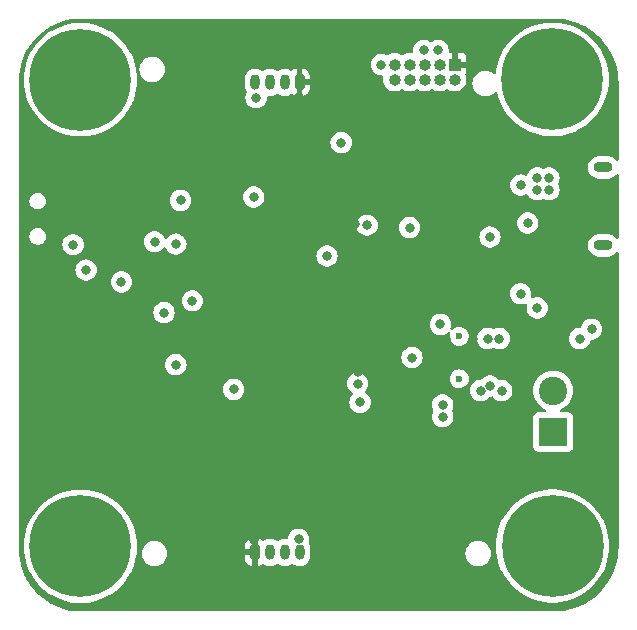
<source format=gbr>
%TF.GenerationSoftware,KiCad,Pcbnew,8.0.5-8.0.5-0~ubuntu24.04.1*%
%TF.CreationDate,2024-09-30T02:40:30+03:30*%
%TF.ProjectId,stm32buckusb,73746d33-3262-4756-936b-7573622e6b69,rev?*%
%TF.SameCoordinates,Original*%
%TF.FileFunction,Copper,L3,Inr*%
%TF.FilePolarity,Positive*%
%FSLAX46Y46*%
G04 Gerber Fmt 4.6, Leading zero omitted, Abs format (unit mm)*
G04 Created by KiCad (PCBNEW 8.0.5-8.0.5-0~ubuntu24.04.1) date 2024-09-30 02:40:30*
%MOMM*%
%LPD*%
G01*
G04 APERTURE LIST*
G04 Aperture macros list*
%AMRoundRect*
0 Rectangle with rounded corners*
0 $1 Rounding radius*
0 $2 $3 $4 $5 $6 $7 $8 $9 X,Y pos of 4 corners*
0 Add a 4 corners polygon primitive as box body*
4,1,4,$2,$3,$4,$5,$6,$7,$8,$9,$2,$3,0*
0 Add four circle primitives for the rounded corners*
1,1,$1+$1,$2,$3*
1,1,$1+$1,$4,$5*
1,1,$1+$1,$6,$7*
1,1,$1+$1,$8,$9*
0 Add four rect primitives between the rounded corners*
20,1,$1+$1,$2,$3,$4,$5,0*
20,1,$1+$1,$4,$5,$6,$7,0*
20,1,$1+$1,$6,$7,$8,$9,0*
20,1,$1+$1,$8,$9,$2,$3,0*%
G04 Aperture macros list end*
%TA.AperFunction,ComponentPad*%
%ADD10R,1.000000X1.000000*%
%TD*%
%TA.AperFunction,ComponentPad*%
%ADD11O,1.000000X1.000000*%
%TD*%
%TA.AperFunction,ComponentPad*%
%ADD12C,0.900000*%
%TD*%
%TA.AperFunction,ComponentPad*%
%ADD13C,8.600000*%
%TD*%
%TA.AperFunction,ComponentPad*%
%ADD14RoundRect,0.200000X-0.200000X-0.450000X0.200000X-0.450000X0.200000X0.450000X-0.200000X0.450000X0*%
%TD*%
%TA.AperFunction,ComponentPad*%
%ADD15O,0.800000X1.300000*%
%TD*%
%TA.AperFunction,ComponentPad*%
%ADD16O,1.600000X0.900000*%
%TD*%
%TA.AperFunction,ComponentPad*%
%ADD17RoundRect,0.200000X0.200000X0.450000X-0.200000X0.450000X-0.200000X-0.450000X0.200000X-0.450000X0*%
%TD*%
%TA.AperFunction,ComponentPad*%
%ADD18R,2.400000X2.400000*%
%TD*%
%TA.AperFunction,ComponentPad*%
%ADD19C,2.400000*%
%TD*%
%TA.AperFunction,ViaPad*%
%ADD20C,0.800000*%
%TD*%
%TA.AperFunction,ViaPad*%
%ADD21C,0.600000*%
%TD*%
G04 APERTURE END LIST*
D10*
%TO.N,+3.3V*%
%TO.C,J2*%
X117200000Y-77000000D03*
D11*
%TO.N,SWDIO*%
X117200000Y-78270000D03*
%TO.N,GND*%
X115930000Y-77000000D03*
%TO.N,SECLK*%
X115930000Y-78270000D03*
%TO.N,GND*%
X114660000Y-77000000D03*
%TO.N,SWO*%
X114660000Y-78270000D03*
%TO.N,unconnected-(J2-Pin_7-Pad7)*%
X113390000Y-77000000D03*
%TO.N,unconnected-(J2-Pin_8-Pad8)*%
X113390000Y-78270000D03*
%TO.N,GND*%
X112120000Y-77000000D03*
%TO.N,NRST*%
X112120000Y-78270000D03*
%TD*%
D12*
%TO.N,GND*%
%TO.C,H4*%
X82305419Y-117780419D03*
X83250000Y-115500000D03*
X83250000Y-120060838D03*
X85530419Y-114555419D03*
D13*
X85530419Y-117780419D03*
D12*
X85530419Y-121005419D03*
X87810838Y-115500000D03*
X87810838Y-120060838D03*
X88755419Y-117780419D03*
%TD*%
%TO.N,GND*%
%TO.C,H1*%
X122244581Y-78250000D03*
X123189162Y-75969581D03*
X123189162Y-80530419D03*
X125469581Y-75025000D03*
D13*
X125469581Y-78250000D03*
D12*
X125469581Y-81475000D03*
X127750000Y-75969581D03*
X127750000Y-80530419D03*
X128694581Y-78250000D03*
%TD*%
D14*
%TO.N,+3.3V*%
%TO.C,J4*%
X100325000Y-118300000D03*
D15*
%TO.N,UART3_TX*%
X101575000Y-118300000D03*
%TO.N,UART3_RX*%
X102825000Y-118300000D03*
%TO.N,GND*%
X104075000Y-118300000D03*
%TD*%
D12*
%TO.N,GND*%
%TO.C,H3*%
X82305419Y-78280419D03*
X83250000Y-76000000D03*
X83250000Y-80560838D03*
X85530419Y-75055419D03*
D13*
X85530419Y-78280419D03*
D12*
X85530419Y-81505419D03*
X87810838Y-76000000D03*
X87810838Y-80560838D03*
X88755419Y-78280419D03*
%TD*%
%TO.N,GND*%
%TO.C,H2*%
X122275000Y-117750000D03*
X123219581Y-115469581D03*
X123219581Y-120030419D03*
X125500000Y-114525000D03*
D13*
X125500000Y-117750000D03*
D12*
X125500000Y-120975000D03*
X127780419Y-115469581D03*
X127780419Y-120030419D03*
X128725000Y-117750000D03*
%TD*%
D16*
%TO.N,unconnected-(J5-Shield-Pad6)_5*%
%TO.C,J5*%
X129800000Y-85700000D03*
%TO.N,unconnected-(J5-Shield-Pad6)_3*%
X129800000Y-92300000D03*
%TD*%
D17*
%TO.N,+3.3V*%
%TO.C,J3*%
X104075000Y-78500000D03*
D15*
%TO.N,I2C1_SCL*%
X102825000Y-78500000D03*
%TO.N,I2C1_SDA*%
X101575000Y-78500000D03*
%TO.N,GND*%
X100325000Y-78500000D03*
%TD*%
D18*
%TO.N,+12V*%
%TO.C,J1*%
X125550000Y-108100000D03*
D19*
%TO.N,GND*%
X125550000Y-104600000D03*
%TD*%
D20*
%TO.N,NRST*%
X107600000Y-83600000D03*
%TO.N,+3.3V*%
X117200000Y-75800000D03*
%TO.N,GND*%
X115800000Y-75800000D03*
X114600000Y-75800000D03*
X111000000Y-77000000D03*
%TO.N,NRST*%
X106400000Y-93200000D03*
%TO.N,GND*%
X93600000Y-92200000D03*
%TO.N,+5V*%
X122800000Y-87200000D03*
X123400000Y-90400000D03*
%TO.N,GND*%
X109000000Y-104000000D03*
X100200000Y-88200000D03*
%TO.N,+3.3V*%
X123600000Y-100200000D03*
X125400000Y-100200000D03*
%TO.N,GND*%
X109800000Y-90600000D03*
X116000000Y-99000000D03*
X113600000Y-101800000D03*
X109200000Y-105600000D03*
X93600000Y-102400000D03*
X89000000Y-95400000D03*
X91800000Y-92000000D03*
X100400000Y-79800000D03*
X113400000Y-90800000D03*
X120200000Y-91600000D03*
X116200000Y-106800000D03*
X116200000Y-105800000D03*
X119400000Y-104600000D03*
X120200000Y-104200000D03*
X121200000Y-104600000D03*
X120000000Y-100200000D03*
X121000000Y-100200000D03*
X127800000Y-100200000D03*
X128800000Y-99400000D03*
X124200000Y-97600000D03*
X122800000Y-96400000D03*
X125200000Y-86600000D03*
X124200000Y-86600000D03*
X124200000Y-87600000D03*
X125200000Y-87600000D03*
X104000000Y-117200000D03*
X92600000Y-98000000D03*
X95000000Y-97000000D03*
X98500000Y-104500000D03*
X94000000Y-88500000D03*
X84900000Y-92250000D03*
X86000000Y-94400000D03*
%TO.N,+3.3V*%
X118750000Y-100250000D03*
X116500000Y-100250000D03*
X111500000Y-111500000D03*
X110500000Y-112250000D03*
X109500000Y-111500000D03*
X109000000Y-103000000D03*
X95000000Y-92000000D03*
X108750000Y-90500000D03*
X104000000Y-79750000D03*
X99500000Y-85500000D03*
X100250000Y-117250000D03*
X101250000Y-104500000D03*
X95250000Y-100500000D03*
X84900000Y-87750000D03*
X96750000Y-87250000D03*
X105750000Y-86600000D03*
D21*
%TO.N,Net-(D2-K)*%
X117600000Y-100000000D03*
X117600000Y-103600000D03*
%TD*%
%TA.AperFunction,Conductor*%
%TO.N,+3.3V*%
G36*
X125602562Y-73100605D02*
G01*
X126049036Y-73119072D01*
X126059209Y-73119915D01*
X126500114Y-73174873D01*
X126510194Y-73176555D01*
X126945042Y-73267733D01*
X126954950Y-73270242D01*
X127380786Y-73397019D01*
X127390454Y-73400338D01*
X127693451Y-73518569D01*
X127804339Y-73561838D01*
X127813724Y-73565954D01*
X127926440Y-73621057D01*
X128212869Y-73761083D01*
X128221877Y-73765958D01*
X128603544Y-73993383D01*
X128612123Y-73998989D01*
X128973693Y-74257144D01*
X128981770Y-74263431D01*
X129288768Y-74523445D01*
X129320796Y-74550571D01*
X129328336Y-74557512D01*
X129642487Y-74871663D01*
X129649428Y-74879203D01*
X129699952Y-74938857D01*
X129874529Y-75144980D01*
X129936564Y-75218224D01*
X129942859Y-75226312D01*
X130201010Y-75587876D01*
X130206616Y-75596455D01*
X130434041Y-75978122D01*
X130438919Y-75987136D01*
X130634045Y-76386275D01*
X130638161Y-76395660D01*
X130799656Y-76809533D01*
X130802984Y-76819226D01*
X130929753Y-77245036D01*
X130932269Y-77254971D01*
X131023441Y-77689791D01*
X131025128Y-77699900D01*
X131080082Y-78140769D01*
X131080928Y-78150983D01*
X131099394Y-78597437D01*
X131099500Y-78602561D01*
X131099500Y-85005927D01*
X131079815Y-85072966D01*
X131027011Y-85118721D01*
X130957853Y-85128665D01*
X130894297Y-85099640D01*
X130887819Y-85093608D01*
X130755911Y-84961700D01*
X130755907Y-84961697D01*
X130600237Y-84857681D01*
X130600228Y-84857676D01*
X130427251Y-84786027D01*
X130427243Y-84786025D01*
X130243620Y-84749500D01*
X130243616Y-84749500D01*
X129356384Y-84749500D01*
X129356379Y-84749500D01*
X129172756Y-84786025D01*
X129172748Y-84786027D01*
X128999771Y-84857676D01*
X128999762Y-84857681D01*
X128844092Y-84961697D01*
X128844088Y-84961700D01*
X128711700Y-85094088D01*
X128711697Y-85094092D01*
X128607681Y-85249762D01*
X128607676Y-85249771D01*
X128536027Y-85422748D01*
X128536025Y-85422756D01*
X128499500Y-85606379D01*
X128499500Y-85793620D01*
X128536025Y-85977243D01*
X128536027Y-85977251D01*
X128607676Y-86150228D01*
X128607681Y-86150237D01*
X128711697Y-86305907D01*
X128711700Y-86305911D01*
X128844088Y-86438299D01*
X128844092Y-86438302D01*
X128999762Y-86542318D01*
X128999768Y-86542321D01*
X128999769Y-86542322D01*
X129172749Y-86613973D01*
X129356379Y-86650499D01*
X129356383Y-86650500D01*
X129356384Y-86650500D01*
X130243617Y-86650500D01*
X130243618Y-86650499D01*
X130427251Y-86613973D01*
X130600231Y-86542322D01*
X130755908Y-86438302D01*
X130810937Y-86383273D01*
X130887819Y-86306392D01*
X130949142Y-86272907D01*
X131018834Y-86277891D01*
X131074767Y-86319763D01*
X131099184Y-86385227D01*
X131099500Y-86394073D01*
X131099500Y-91605927D01*
X131079815Y-91672966D01*
X131027011Y-91718721D01*
X130957853Y-91728665D01*
X130894297Y-91699640D01*
X130887819Y-91693608D01*
X130755911Y-91561700D01*
X130755907Y-91561697D01*
X130600237Y-91457681D01*
X130600228Y-91457676D01*
X130427251Y-91386027D01*
X130427243Y-91386025D01*
X130243620Y-91349500D01*
X130243616Y-91349500D01*
X129356384Y-91349500D01*
X129356379Y-91349500D01*
X129172756Y-91386025D01*
X129172748Y-91386027D01*
X128999771Y-91457676D01*
X128999762Y-91457681D01*
X128844092Y-91561697D01*
X128844088Y-91561700D01*
X128711700Y-91694088D01*
X128711697Y-91694092D01*
X128607681Y-91849762D01*
X128607676Y-91849771D01*
X128536027Y-92022748D01*
X128536025Y-92022756D01*
X128499500Y-92206379D01*
X128499500Y-92393620D01*
X128536025Y-92577243D01*
X128536027Y-92577251D01*
X128607676Y-92750228D01*
X128607681Y-92750237D01*
X128711697Y-92905907D01*
X128711700Y-92905911D01*
X128844088Y-93038299D01*
X128844092Y-93038302D01*
X128999762Y-93142318D01*
X128999768Y-93142321D01*
X128999769Y-93142322D01*
X129172749Y-93213973D01*
X129356379Y-93250499D01*
X129356383Y-93250500D01*
X129356384Y-93250500D01*
X130243617Y-93250500D01*
X130243618Y-93250499D01*
X130427251Y-93213973D01*
X130600231Y-93142322D01*
X130755908Y-93038302D01*
X130810062Y-92984148D01*
X130887819Y-92906392D01*
X130949142Y-92872907D01*
X131018834Y-92877891D01*
X131074767Y-92919763D01*
X131099184Y-92985227D01*
X131099500Y-92994073D01*
X131099500Y-117797438D01*
X131099394Y-117802562D01*
X131080928Y-118249016D01*
X131080082Y-118259230D01*
X131025128Y-118700099D01*
X131023441Y-118710208D01*
X130932269Y-119145028D01*
X130929753Y-119154963D01*
X130802984Y-119580773D01*
X130799656Y-119590466D01*
X130638161Y-120004339D01*
X130634045Y-120013724D01*
X130438919Y-120412863D01*
X130434041Y-120421877D01*
X130206616Y-120803544D01*
X130201010Y-120812123D01*
X129942859Y-121173687D01*
X129936564Y-121181775D01*
X129649428Y-121520796D01*
X129642487Y-121528336D01*
X129328336Y-121842487D01*
X129320796Y-121849428D01*
X128981775Y-122136564D01*
X128973687Y-122142859D01*
X128612123Y-122401010D01*
X128603544Y-122406616D01*
X128221877Y-122634041D01*
X128212863Y-122638919D01*
X127813724Y-122834045D01*
X127804339Y-122838161D01*
X127390466Y-122999656D01*
X127380773Y-123002984D01*
X126954963Y-123129753D01*
X126945028Y-123132269D01*
X126510208Y-123223441D01*
X126500099Y-123225128D01*
X126059230Y-123280082D01*
X126049016Y-123280928D01*
X125602563Y-123299394D01*
X125597439Y-123299500D01*
X85602561Y-123299500D01*
X85597437Y-123299394D01*
X85167499Y-123281612D01*
X85157285Y-123280766D01*
X84732819Y-123227856D01*
X84722710Y-123226169D01*
X84304068Y-123138389D01*
X84294133Y-123135873D01*
X83884166Y-123013820D01*
X83874473Y-123010492D01*
X83475993Y-122855005D01*
X83466608Y-122850888D01*
X83082330Y-122663026D01*
X83073323Y-122658153D01*
X82705850Y-122439187D01*
X82697270Y-122433581D01*
X82349156Y-122185031D01*
X82341069Y-122178737D01*
X82014653Y-121902278D01*
X82007113Y-121895336D01*
X81704663Y-121592886D01*
X81697721Y-121585346D01*
X81421262Y-121258930D01*
X81414968Y-121250843D01*
X81290693Y-121076786D01*
X81166414Y-120902723D01*
X81160812Y-120894149D01*
X81128311Y-120839605D01*
X80941841Y-120526667D01*
X80936973Y-120517669D01*
X80885736Y-120412863D01*
X80788841Y-120214661D01*
X80749111Y-120133391D01*
X80744994Y-120124006D01*
X80644073Y-119865366D01*
X80589503Y-119725514D01*
X80586183Y-119715846D01*
X80464122Y-119305853D01*
X80461613Y-119295945D01*
X80373827Y-118877275D01*
X80372145Y-118867195D01*
X80319231Y-118442693D01*
X80318388Y-118432520D01*
X80300606Y-118002562D01*
X80300500Y-117997438D01*
X80300500Y-117780415D01*
X80725080Y-117780415D01*
X80725080Y-117780422D01*
X80744424Y-118211156D01*
X80744425Y-118211165D01*
X80802304Y-118638446D01*
X80898249Y-119058810D01*
X81031492Y-119468891D01*
X81031495Y-119468899D01*
X81200952Y-119865366D01*
X81200956Y-119865374D01*
X81200958Y-119865377D01*
X81405282Y-120245074D01*
X81405286Y-120245080D01*
X81405286Y-120245081D01*
X81642813Y-120604920D01*
X81642823Y-120604933D01*
X81911644Y-120942026D01*
X81911656Y-120942039D01*
X82180540Y-121223269D01*
X82209629Y-121253693D01*
X82471054Y-121482094D01*
X82515352Y-121520796D01*
X82534339Y-121537384D01*
X82534349Y-121537391D01*
X82534350Y-121537392D01*
X82818696Y-121743982D01*
X82883172Y-121790826D01*
X83253319Y-122011979D01*
X83253322Y-122011980D01*
X83253323Y-122011981D01*
X83253325Y-122011982D01*
X83641791Y-122199058D01*
X83641805Y-122199064D01*
X84045474Y-122350563D01*
X84045478Y-122350564D01*
X84045488Y-122350568D01*
X84461130Y-122465278D01*
X84885383Y-122542269D01*
X85314828Y-122580919D01*
X85314835Y-122580919D01*
X85746003Y-122580919D01*
X85746010Y-122580919D01*
X86175455Y-122542269D01*
X86599708Y-122465278D01*
X87015350Y-122350568D01*
X87419038Y-122199062D01*
X87807519Y-122011979D01*
X88177666Y-121790826D01*
X88526499Y-121537384D01*
X88851209Y-121253693D01*
X89149183Y-120942038D01*
X89173441Y-120911620D01*
X89418014Y-120604933D01*
X89418020Y-120604926D01*
X89655556Y-120245074D01*
X89859880Y-119865377D01*
X89872887Y-119834947D01*
X89959702Y-119631831D01*
X90029345Y-119468894D01*
X90162587Y-119058816D01*
X90258534Y-118638445D01*
X90290834Y-118399999D01*
X90718888Y-118399999D01*
X90718888Y-118400000D01*
X90737295Y-118598649D01*
X90737295Y-118598651D01*
X90737296Y-118598654D01*
X90769036Y-118710208D01*
X90791894Y-118790546D01*
X90880816Y-118969126D01*
X90880821Y-118969134D01*
X90997797Y-119124034D01*
X91001049Y-119128340D01*
X91148484Y-119262746D01*
X91318107Y-119367772D01*
X91504140Y-119439841D01*
X91700248Y-119476500D01*
X91700250Y-119476500D01*
X91899750Y-119476500D01*
X91899752Y-119476500D01*
X92095860Y-119439841D01*
X92281893Y-119367772D01*
X92451516Y-119262746D01*
X92598951Y-119128340D01*
X92719180Y-118969132D01*
X92800121Y-118806582D01*
X99425001Y-118806582D01*
X99431408Y-118877102D01*
X99431409Y-118877107D01*
X99481981Y-119039396D01*
X99569927Y-119184877D01*
X99690122Y-119305072D01*
X99835604Y-119393019D01*
X99835603Y-119393019D01*
X99997894Y-119443590D01*
X99997893Y-119443590D01*
X100068408Y-119449998D01*
X100068426Y-119449999D01*
X100074999Y-119449998D01*
X100075000Y-119449998D01*
X100075000Y-118550000D01*
X99425001Y-118550000D01*
X99425001Y-118806582D01*
X92800121Y-118806582D01*
X92808107Y-118790543D01*
X92862704Y-118598654D01*
X92881112Y-118400000D01*
X92867238Y-118250272D01*
X100075000Y-118250272D01*
X100075000Y-118349728D01*
X100113060Y-118441614D01*
X100183386Y-118511940D01*
X100275272Y-118550000D01*
X100374728Y-118550000D01*
X100466614Y-118511940D01*
X100536940Y-118441614D01*
X100575000Y-118349728D01*
X100575000Y-119449999D01*
X100581581Y-119449999D01*
X100652102Y-119443591D01*
X100652107Y-119443590D01*
X100814398Y-119393018D01*
X100957662Y-119306411D01*
X101025217Y-119288574D01*
X101090702Y-119309425D01*
X101148453Y-119348013D01*
X101148455Y-119348014D01*
X101148457Y-119348015D01*
X101257106Y-119393018D01*
X101312334Y-119415894D01*
X101312336Y-119415894D01*
X101312341Y-119415896D01*
X101486304Y-119450499D01*
X101486307Y-119450500D01*
X101486309Y-119450500D01*
X101663693Y-119450500D01*
X101663694Y-119450499D01*
X101724159Y-119438472D01*
X101837658Y-119415896D01*
X101837661Y-119415894D01*
X101837666Y-119415894D01*
X102001547Y-119348013D01*
X102131109Y-119261442D01*
X102197786Y-119240564D01*
X102265166Y-119259048D01*
X102268891Y-119261442D01*
X102398453Y-119348013D01*
X102398455Y-119348014D01*
X102398459Y-119348016D01*
X102507106Y-119393018D01*
X102562334Y-119415894D01*
X102562336Y-119415894D01*
X102562341Y-119415896D01*
X102736304Y-119450499D01*
X102736307Y-119450500D01*
X102736309Y-119450500D01*
X102913693Y-119450500D01*
X102913694Y-119450499D01*
X102974159Y-119438472D01*
X103087658Y-119415896D01*
X103087661Y-119415894D01*
X103087666Y-119415894D01*
X103251547Y-119348013D01*
X103381109Y-119261442D01*
X103447786Y-119240564D01*
X103515166Y-119259048D01*
X103518891Y-119261442D01*
X103648453Y-119348013D01*
X103648455Y-119348014D01*
X103648459Y-119348016D01*
X103757106Y-119393018D01*
X103812334Y-119415894D01*
X103812336Y-119415894D01*
X103812341Y-119415896D01*
X103986304Y-119450499D01*
X103986307Y-119450500D01*
X103986309Y-119450500D01*
X104163693Y-119450500D01*
X104163694Y-119450499D01*
X104224159Y-119438472D01*
X104337658Y-119415896D01*
X104337661Y-119415894D01*
X104337666Y-119415894D01*
X104501547Y-119348013D01*
X104649035Y-119249464D01*
X104774464Y-119124035D01*
X104873013Y-118976547D01*
X104940894Y-118812666D01*
X104942105Y-118806582D01*
X104975499Y-118638695D01*
X104975500Y-118638693D01*
X104975500Y-118399999D01*
X118118888Y-118399999D01*
X118118888Y-118400000D01*
X118137295Y-118598649D01*
X118137295Y-118598651D01*
X118137296Y-118598654D01*
X118169036Y-118710208D01*
X118191894Y-118790546D01*
X118280816Y-118969126D01*
X118280821Y-118969134D01*
X118397797Y-119124034D01*
X118401049Y-119128340D01*
X118548484Y-119262746D01*
X118718107Y-119367772D01*
X118904140Y-119439841D01*
X119100248Y-119476500D01*
X119100250Y-119476500D01*
X119299750Y-119476500D01*
X119299752Y-119476500D01*
X119495860Y-119439841D01*
X119681893Y-119367772D01*
X119851516Y-119262746D01*
X119998951Y-119128340D01*
X120119180Y-118969132D01*
X120208107Y-118790543D01*
X120262704Y-118598654D01*
X120281112Y-118400000D01*
X120262704Y-118201346D01*
X120208107Y-118009457D01*
X120170588Y-117934108D01*
X120119183Y-117830873D01*
X120119178Y-117830865D01*
X120058108Y-117749996D01*
X120694661Y-117749996D01*
X120694661Y-117750003D01*
X120714005Y-118180737D01*
X120714005Y-118180745D01*
X120714006Y-118180747D01*
X120724637Y-118259230D01*
X120771885Y-118608027D01*
X120867830Y-119028391D01*
X121001073Y-119438472D01*
X121001076Y-119438480D01*
X121170533Y-119834947D01*
X121170537Y-119834955D01*
X121186908Y-119865377D01*
X121374863Y-120214655D01*
X121374867Y-120214661D01*
X121374867Y-120214662D01*
X121612394Y-120574501D01*
X121612404Y-120574514D01*
X121881225Y-120911607D01*
X121881235Y-120911618D01*
X121881236Y-120911619D01*
X122179210Y-121223274D01*
X122503920Y-121506965D01*
X122852753Y-121760407D01*
X123222900Y-121981560D01*
X123222903Y-121981561D01*
X123222904Y-121981562D01*
X123222906Y-121981563D01*
X123611372Y-122168639D01*
X123611386Y-122168645D01*
X124015055Y-122320144D01*
X124015059Y-122320145D01*
X124015069Y-122320149D01*
X124430711Y-122434859D01*
X124854964Y-122511850D01*
X125284409Y-122550500D01*
X125284416Y-122550500D01*
X125715584Y-122550500D01*
X125715591Y-122550500D01*
X126145036Y-122511850D01*
X126569289Y-122434859D01*
X126984931Y-122320149D01*
X127388619Y-122168643D01*
X127777100Y-121981560D01*
X128147247Y-121760407D01*
X128496080Y-121506965D01*
X128820790Y-121223274D01*
X129118764Y-120911619D01*
X129387601Y-120574507D01*
X129625137Y-120214655D01*
X129829461Y-119834958D01*
X129998926Y-119438475D01*
X130132168Y-119028397D01*
X130228115Y-118608026D01*
X130285994Y-118180747D01*
X130302978Y-117802562D01*
X130305339Y-117750003D01*
X130305339Y-117749996D01*
X130296024Y-117542581D01*
X130285994Y-117319253D01*
X130228115Y-116891974D01*
X130132168Y-116471603D01*
X129998926Y-116061525D01*
X129935376Y-115912843D01*
X129829466Y-115665052D01*
X129829462Y-115665044D01*
X129829461Y-115665042D01*
X129625137Y-115285345D01*
X129407684Y-114955917D01*
X129387605Y-114925498D01*
X129387595Y-114925485D01*
X129118774Y-114588392D01*
X129118762Y-114588379D01*
X128820794Y-114276730D01*
X128820793Y-114276729D01*
X128820790Y-114276726D01*
X128530902Y-114023458D01*
X128496085Y-113993039D01*
X128496068Y-113993026D01*
X128147256Y-113739599D01*
X128147251Y-113739596D01*
X128147247Y-113739593D01*
X127777100Y-113518440D01*
X127777095Y-113518437D01*
X127777093Y-113518436D01*
X127388627Y-113331360D01*
X127388613Y-113331354D01*
X126984944Y-113179855D01*
X126984919Y-113179847D01*
X126569295Y-113065142D01*
X126145043Y-112988151D01*
X126145040Y-112988150D01*
X126145036Y-112988150D01*
X125715591Y-112949500D01*
X125284409Y-112949500D01*
X124854964Y-112988150D01*
X124854960Y-112988150D01*
X124854956Y-112988151D01*
X124430704Y-113065142D01*
X124015080Y-113179847D01*
X124015055Y-113179855D01*
X123611386Y-113331354D01*
X123611372Y-113331360D01*
X123222906Y-113518436D01*
X123222904Y-113518437D01*
X122852743Y-113739599D01*
X122503931Y-113993026D01*
X122503914Y-113993039D01*
X122179210Y-114276726D01*
X122179205Y-114276730D01*
X121881237Y-114588379D01*
X121881225Y-114588392D01*
X121612404Y-114925485D01*
X121612394Y-114925498D01*
X121374867Y-115285337D01*
X121374867Y-115285338D01*
X121170537Y-115665044D01*
X121170533Y-115665052D01*
X121001076Y-116061519D01*
X121001073Y-116061527D01*
X120867830Y-116471608D01*
X120771885Y-116891972D01*
X120714006Y-117319253D01*
X120714005Y-117319262D01*
X120694661Y-117749996D01*
X120058108Y-117749996D01*
X119998951Y-117671660D01*
X119851516Y-117537254D01*
X119851513Y-117537252D01*
X119851512Y-117537251D01*
X119681898Y-117432231D01*
X119681891Y-117432227D01*
X119568387Y-117388256D01*
X119495860Y-117360159D01*
X119299752Y-117323500D01*
X119100248Y-117323500D01*
X118904140Y-117360159D01*
X118904137Y-117360159D01*
X118904137Y-117360160D01*
X118718108Y-117432227D01*
X118718101Y-117432231D01*
X118548487Y-117537251D01*
X118401048Y-117671660D01*
X118280821Y-117830865D01*
X118280816Y-117830873D01*
X118191894Y-118009453D01*
X118137295Y-118201350D01*
X118118888Y-118399999D01*
X104975500Y-118399999D01*
X104975500Y-117961306D01*
X104975499Y-117961304D01*
X104940896Y-117787341D01*
X104940893Y-117787332D01*
X104873016Y-117623460D01*
X104873015Y-117623459D01*
X104873013Y-117623453D01*
X104863527Y-117609257D01*
X104842650Y-117542581D01*
X104848697Y-117502055D01*
X104885674Y-117388256D01*
X104905460Y-117200000D01*
X104885674Y-117011744D01*
X104827179Y-116831716D01*
X104732533Y-116667784D01*
X104605871Y-116527112D01*
X104605870Y-116527111D01*
X104452734Y-116415851D01*
X104452729Y-116415848D01*
X104279807Y-116338857D01*
X104279802Y-116338855D01*
X104134001Y-116307865D01*
X104094646Y-116299500D01*
X103905354Y-116299500D01*
X103872897Y-116306398D01*
X103720197Y-116338855D01*
X103720192Y-116338857D01*
X103547270Y-116415848D01*
X103547265Y-116415851D01*
X103394129Y-116527111D01*
X103267466Y-116667785D01*
X103172821Y-116831715D01*
X103172818Y-116831722D01*
X103114326Y-117011742D01*
X103114325Y-117011746D01*
X103110241Y-117050601D01*
X103083656Y-117115215D01*
X103026358Y-117155199D01*
X102962729Y-117159254D01*
X102913693Y-117149500D01*
X102913691Y-117149500D01*
X102736309Y-117149500D01*
X102736306Y-117149500D01*
X102562341Y-117184103D01*
X102562332Y-117184106D01*
X102398459Y-117251983D01*
X102398446Y-117251990D01*
X102268891Y-117338557D01*
X102202213Y-117359435D01*
X102134833Y-117340950D01*
X102131109Y-117338557D01*
X102001553Y-117251990D01*
X102001540Y-117251983D01*
X101837667Y-117184106D01*
X101837658Y-117184103D01*
X101663694Y-117149500D01*
X101663691Y-117149500D01*
X101486309Y-117149500D01*
X101486306Y-117149500D01*
X101312341Y-117184103D01*
X101312332Y-117184106D01*
X101148459Y-117251983D01*
X101148448Y-117251989D01*
X101090702Y-117290574D01*
X101024024Y-117311451D01*
X100957662Y-117293588D01*
X100814395Y-117206980D01*
X100814396Y-117206980D01*
X100652105Y-117156409D01*
X100652106Y-117156409D01*
X100581572Y-117150000D01*
X100575000Y-117150000D01*
X100575000Y-118250272D01*
X100536940Y-118158386D01*
X100466614Y-118088060D01*
X100374728Y-118050000D01*
X100275272Y-118050000D01*
X100183386Y-118088060D01*
X100113060Y-118158386D01*
X100075000Y-118250272D01*
X92867238Y-118250272D01*
X92862704Y-118201346D01*
X92808107Y-118009457D01*
X92770588Y-117934108D01*
X92719183Y-117830873D01*
X92719178Y-117830865D01*
X92690906Y-117793427D01*
X99425000Y-117793427D01*
X99425000Y-118050000D01*
X100075000Y-118050000D01*
X100075000Y-117150000D01*
X100074999Y-117149999D01*
X100068436Y-117150000D01*
X100068417Y-117150001D01*
X99997897Y-117156408D01*
X99997892Y-117156409D01*
X99835603Y-117206981D01*
X99690122Y-117294927D01*
X99569927Y-117415122D01*
X99481980Y-117560604D01*
X99431409Y-117722893D01*
X99425000Y-117793427D01*
X92690906Y-117793427D01*
X92598951Y-117671660D01*
X92451516Y-117537254D01*
X92451513Y-117537252D01*
X92451512Y-117537251D01*
X92281898Y-117432231D01*
X92281891Y-117432227D01*
X92168387Y-117388256D01*
X92095860Y-117360159D01*
X91899752Y-117323500D01*
X91700248Y-117323500D01*
X91504140Y-117360159D01*
X91504137Y-117360159D01*
X91504137Y-117360160D01*
X91318108Y-117432227D01*
X91318101Y-117432231D01*
X91148487Y-117537251D01*
X91001048Y-117671660D01*
X90880821Y-117830865D01*
X90880816Y-117830873D01*
X90791894Y-118009453D01*
X90737295Y-118201350D01*
X90718888Y-118399999D01*
X90290834Y-118399999D01*
X90316413Y-118211166D01*
X90333492Y-117830868D01*
X90335758Y-117780422D01*
X90335758Y-117780415D01*
X90325825Y-117559250D01*
X90316413Y-117349672D01*
X90258534Y-116922393D01*
X90162587Y-116502022D01*
X90029345Y-116091944D01*
X89965795Y-115943262D01*
X89859885Y-115695471D01*
X89859881Y-115695463D01*
X89843511Y-115665042D01*
X89655556Y-115315764D01*
X89635472Y-115285338D01*
X89418024Y-114955917D01*
X89418014Y-114955904D01*
X89149193Y-114618811D01*
X89149181Y-114618798D01*
X88851213Y-114307149D01*
X88851212Y-114307148D01*
X88851209Y-114307145D01*
X88526499Y-114023454D01*
X88526487Y-114023445D01*
X88177675Y-113770018D01*
X88177670Y-113770015D01*
X88177666Y-113770012D01*
X87807519Y-113548859D01*
X87807514Y-113548856D01*
X87807512Y-113548855D01*
X87419046Y-113361779D01*
X87419032Y-113361773D01*
X87015363Y-113210274D01*
X87015338Y-113210266D01*
X86599714Y-113095561D01*
X86175462Y-113018570D01*
X86175459Y-113018569D01*
X86175455Y-113018569D01*
X85746010Y-112979919D01*
X85314828Y-112979919D01*
X84885383Y-113018569D01*
X84885379Y-113018569D01*
X84885375Y-113018570D01*
X84461123Y-113095561D01*
X84045499Y-113210266D01*
X84045474Y-113210274D01*
X83641805Y-113361773D01*
X83641791Y-113361779D01*
X83253325Y-113548855D01*
X83253323Y-113548856D01*
X82883162Y-113770018D01*
X82534350Y-114023445D01*
X82534333Y-114023458D01*
X82209629Y-114307145D01*
X82209624Y-114307149D01*
X81911656Y-114618798D01*
X81911644Y-114618811D01*
X81642823Y-114955904D01*
X81642813Y-114955917D01*
X81405286Y-115315756D01*
X81405286Y-115315757D01*
X81200956Y-115695463D01*
X81200952Y-115695471D01*
X81031495Y-116091938D01*
X81031492Y-116091946D01*
X80898249Y-116502027D01*
X80802304Y-116922391D01*
X80744425Y-117349672D01*
X80744424Y-117349681D01*
X80725080Y-117780415D01*
X80300500Y-117780415D01*
X80300500Y-104500000D01*
X97594540Y-104500000D01*
X97614326Y-104688256D01*
X97614327Y-104688259D01*
X97672818Y-104868277D01*
X97672821Y-104868284D01*
X97767467Y-105032216D01*
X97852911Y-105127111D01*
X97894129Y-105172888D01*
X98047265Y-105284148D01*
X98047270Y-105284151D01*
X98220192Y-105361142D01*
X98220197Y-105361144D01*
X98405354Y-105400500D01*
X98405355Y-105400500D01*
X98594644Y-105400500D01*
X98594646Y-105400500D01*
X98779803Y-105361144D01*
X98952730Y-105284151D01*
X99105871Y-105172888D01*
X99232533Y-105032216D01*
X99327179Y-104868284D01*
X99385674Y-104688256D01*
X99405460Y-104500000D01*
X99385674Y-104311744D01*
X99327179Y-104131716D01*
X99251133Y-104000000D01*
X108094540Y-104000000D01*
X108114326Y-104188256D01*
X108114327Y-104188259D01*
X108172818Y-104368277D01*
X108172821Y-104368284D01*
X108267467Y-104532216D01*
X108394129Y-104672888D01*
X108541999Y-104780322D01*
X108584665Y-104835652D01*
X108590644Y-104905265D01*
X108561264Y-104963612D01*
X108467466Y-105067785D01*
X108372821Y-105231715D01*
X108372818Y-105231722D01*
X108317979Y-105400500D01*
X108314326Y-105411744D01*
X108294540Y-105600000D01*
X108314326Y-105788256D01*
X108314327Y-105788259D01*
X108372818Y-105968277D01*
X108372821Y-105968284D01*
X108467467Y-106132216D01*
X108562715Y-106237999D01*
X108594129Y-106272888D01*
X108747265Y-106384148D01*
X108747270Y-106384151D01*
X108920192Y-106461142D01*
X108920197Y-106461144D01*
X109105354Y-106500500D01*
X109105355Y-106500500D01*
X109294644Y-106500500D01*
X109294646Y-106500500D01*
X109479803Y-106461144D01*
X109652730Y-106384151D01*
X109805871Y-106272888D01*
X109932533Y-106132216D01*
X110027179Y-105968284D01*
X110081858Y-105800000D01*
X115294540Y-105800000D01*
X115314326Y-105988256D01*
X115314327Y-105988259D01*
X115372818Y-106168277D01*
X115372820Y-106168281D01*
X115372821Y-106168284D01*
X115413071Y-106237999D01*
X115413072Y-106238001D01*
X115429543Y-106305901D01*
X115413072Y-106361999D01*
X115372820Y-106431718D01*
X115372818Y-106431722D01*
X115336839Y-106542455D01*
X115314326Y-106611744D01*
X115294540Y-106800000D01*
X115314326Y-106988256D01*
X115314327Y-106988259D01*
X115372818Y-107168277D01*
X115372821Y-107168284D01*
X115467467Y-107332216D01*
X115594129Y-107472888D01*
X115747265Y-107584148D01*
X115747270Y-107584151D01*
X115920192Y-107661142D01*
X115920197Y-107661144D01*
X116105354Y-107700500D01*
X116105355Y-107700500D01*
X116294644Y-107700500D01*
X116294646Y-107700500D01*
X116479803Y-107661144D01*
X116652730Y-107584151D01*
X116805871Y-107472888D01*
X116932533Y-107332216D01*
X117027179Y-107168284D01*
X117085674Y-106988256D01*
X117105460Y-106800000D01*
X117085674Y-106611744D01*
X117027179Y-106431716D01*
X116986927Y-106361999D01*
X116970454Y-106294101D01*
X116986927Y-106238001D01*
X117027179Y-106168284D01*
X117085674Y-105988256D01*
X117105460Y-105800000D01*
X117085674Y-105611744D01*
X117027179Y-105431716D01*
X116932533Y-105267784D01*
X116805871Y-105127112D01*
X116772184Y-105102637D01*
X116652734Y-105015851D01*
X116652729Y-105015848D01*
X116479807Y-104938857D01*
X116479802Y-104938855D01*
X116321768Y-104905265D01*
X116294646Y-104899500D01*
X116105354Y-104899500D01*
X116078232Y-104905265D01*
X115920197Y-104938855D01*
X115920192Y-104938857D01*
X115747270Y-105015848D01*
X115747265Y-105015851D01*
X115594129Y-105127111D01*
X115467466Y-105267785D01*
X115372821Y-105431715D01*
X115372818Y-105431722D01*
X115318142Y-105600000D01*
X115314326Y-105611744D01*
X115294540Y-105800000D01*
X110081858Y-105800000D01*
X110085674Y-105788256D01*
X110105460Y-105600000D01*
X110085674Y-105411744D01*
X110027179Y-105231716D01*
X109932533Y-105067784D01*
X109805871Y-104927112D01*
X109805870Y-104927111D01*
X109658000Y-104819677D01*
X109615334Y-104764347D01*
X109609355Y-104694734D01*
X109638733Y-104636390D01*
X109671499Y-104600000D01*
X118494540Y-104600000D01*
X118514326Y-104788256D01*
X118514327Y-104788259D01*
X118572818Y-104968277D01*
X118572821Y-104968284D01*
X118667467Y-105132216D01*
X118757063Y-105231722D01*
X118794129Y-105272888D01*
X118947265Y-105384148D01*
X118947270Y-105384151D01*
X119120192Y-105461142D01*
X119120197Y-105461144D01*
X119305354Y-105500500D01*
X119305355Y-105500500D01*
X119494644Y-105500500D01*
X119494646Y-105500500D01*
X119679803Y-105461144D01*
X119852730Y-105384151D01*
X120005871Y-105272888D01*
X120124148Y-105141527D01*
X120183635Y-105104879D01*
X120216298Y-105100500D01*
X120294645Y-105100500D01*
X120294646Y-105100500D01*
X120345708Y-105089646D01*
X120415373Y-105094961D01*
X120463638Y-105127964D01*
X120594129Y-105272888D01*
X120747265Y-105384148D01*
X120747270Y-105384151D01*
X120920192Y-105461142D01*
X120920197Y-105461144D01*
X121105354Y-105500500D01*
X121105355Y-105500500D01*
X121294644Y-105500500D01*
X121294646Y-105500500D01*
X121479803Y-105461144D01*
X121652730Y-105384151D01*
X121805871Y-105272888D01*
X121932533Y-105132216D01*
X122027179Y-104968284D01*
X122085674Y-104788256D01*
X122105460Y-104600000D01*
X122105459Y-104599995D01*
X123844732Y-104599995D01*
X123844732Y-104600004D01*
X123863777Y-104854154D01*
X123917526Y-105089646D01*
X123920492Y-105102637D01*
X124013607Y-105339888D01*
X124141041Y-105560612D01*
X124299950Y-105759877D01*
X124486783Y-105933232D01*
X124697366Y-106076805D01*
X124697371Y-106076807D01*
X124697372Y-106076808D01*
X124697373Y-106076809D01*
X124812424Y-106132214D01*
X124877972Y-106163780D01*
X124929832Y-106210602D01*
X124948145Y-106278029D01*
X124927097Y-106344653D01*
X124873371Y-106389321D01*
X124824171Y-106399500D01*
X124302129Y-106399500D01*
X124302123Y-106399501D01*
X124242516Y-106405908D01*
X124107671Y-106456202D01*
X124107664Y-106456206D01*
X123992455Y-106542452D01*
X123992452Y-106542455D01*
X123906206Y-106657664D01*
X123906202Y-106657671D01*
X123855908Y-106792517D01*
X123855104Y-106800000D01*
X123849501Y-106852123D01*
X123849500Y-106852135D01*
X123849500Y-109347870D01*
X123849501Y-109347876D01*
X123855908Y-109407483D01*
X123906202Y-109542328D01*
X123906206Y-109542335D01*
X123992452Y-109657544D01*
X123992455Y-109657547D01*
X124107664Y-109743793D01*
X124107671Y-109743797D01*
X124242517Y-109794091D01*
X124242516Y-109794091D01*
X124249444Y-109794835D01*
X124302127Y-109800500D01*
X126797872Y-109800499D01*
X126857483Y-109794091D01*
X126992331Y-109743796D01*
X127107546Y-109657546D01*
X127193796Y-109542331D01*
X127244091Y-109407483D01*
X127250500Y-109347873D01*
X127250499Y-106852128D01*
X127244091Y-106792517D01*
X127193796Y-106657669D01*
X127193795Y-106657668D01*
X127193793Y-106657664D01*
X127107547Y-106542455D01*
X127107544Y-106542452D01*
X126992335Y-106456206D01*
X126992328Y-106456202D01*
X126857482Y-106405908D01*
X126857483Y-106405908D01*
X126797883Y-106399501D01*
X126797881Y-106399500D01*
X126797873Y-106399500D01*
X126797865Y-106399500D01*
X126275829Y-106399500D01*
X126208790Y-106379815D01*
X126163035Y-106327011D01*
X126153091Y-106257853D01*
X126182116Y-106194297D01*
X126222027Y-106163780D01*
X126402634Y-106076805D01*
X126613217Y-105933232D01*
X126800050Y-105759877D01*
X126958959Y-105560612D01*
X127086393Y-105339888D01*
X127179508Y-105102637D01*
X127236222Y-104854157D01*
X127249806Y-104672888D01*
X127255268Y-104600004D01*
X127255268Y-104599995D01*
X127236222Y-104345845D01*
X127231644Y-104325789D01*
X127179508Y-104097363D01*
X127086393Y-103860112D01*
X126958959Y-103639388D01*
X126800050Y-103440123D01*
X126613217Y-103266768D01*
X126402634Y-103123195D01*
X126402630Y-103123193D01*
X126402627Y-103123191D01*
X126402626Y-103123190D01*
X126173006Y-103012612D01*
X126173008Y-103012612D01*
X125929466Y-102937489D01*
X125929462Y-102937488D01*
X125929458Y-102937487D01*
X125808231Y-102919214D01*
X125677440Y-102899500D01*
X125677435Y-102899500D01*
X125422565Y-102899500D01*
X125422559Y-102899500D01*
X125265609Y-102923157D01*
X125170542Y-102937487D01*
X125170539Y-102937488D01*
X125170533Y-102937489D01*
X124926992Y-103012612D01*
X124697373Y-103123190D01*
X124697372Y-103123191D01*
X124486782Y-103266768D01*
X124299952Y-103440121D01*
X124299950Y-103440123D01*
X124141041Y-103639388D01*
X124013608Y-103860109D01*
X123920492Y-104097362D01*
X123920490Y-104097369D01*
X123863777Y-104345845D01*
X123844732Y-104599995D01*
X122105459Y-104599995D01*
X122085674Y-104411744D01*
X122027179Y-104231716D01*
X121932533Y-104067784D01*
X121805871Y-103927112D01*
X121805870Y-103927111D01*
X121652734Y-103815851D01*
X121652729Y-103815848D01*
X121479807Y-103738857D01*
X121479802Y-103738855D01*
X121334001Y-103707865D01*
X121294646Y-103699500D01*
X121105354Y-103699500D01*
X121054289Y-103710353D01*
X120984623Y-103705037D01*
X120936361Y-103672035D01*
X120805870Y-103527111D01*
X120652734Y-103415851D01*
X120652729Y-103415848D01*
X120479807Y-103338857D01*
X120479802Y-103338855D01*
X120334001Y-103307865D01*
X120294646Y-103299500D01*
X120105354Y-103299500D01*
X120072897Y-103306398D01*
X119920197Y-103338855D01*
X119920192Y-103338857D01*
X119747270Y-103415848D01*
X119747265Y-103415851D01*
X119594129Y-103527111D01*
X119528950Y-103599500D01*
X119499938Y-103631722D01*
X119475852Y-103658472D01*
X119416365Y-103695121D01*
X119383702Y-103699500D01*
X119305354Y-103699500D01*
X119279304Y-103705037D01*
X119120197Y-103738855D01*
X119120192Y-103738857D01*
X118947270Y-103815848D01*
X118947265Y-103815851D01*
X118794129Y-103927111D01*
X118667466Y-104067785D01*
X118572821Y-104231715D01*
X118572818Y-104231722D01*
X118514327Y-104411740D01*
X118514326Y-104411744D01*
X118494540Y-104600000D01*
X109671499Y-104600000D01*
X109732533Y-104532216D01*
X109827179Y-104368284D01*
X109885674Y-104188256D01*
X109905460Y-104000000D01*
X109885674Y-103811744D01*
X109827179Y-103631716D01*
X109808865Y-103599996D01*
X116794435Y-103599996D01*
X116794435Y-103600003D01*
X116814630Y-103779249D01*
X116814631Y-103779254D01*
X116874211Y-103949523D01*
X116885686Y-103967785D01*
X116970184Y-104102262D01*
X117097738Y-104229816D01*
X117188080Y-104286582D01*
X117228125Y-104311744D01*
X117250478Y-104325789D01*
X117307795Y-104345845D01*
X117420745Y-104385368D01*
X117420750Y-104385369D01*
X117599996Y-104405565D01*
X117600000Y-104405565D01*
X117600004Y-104405565D01*
X117779249Y-104385369D01*
X117779252Y-104385368D01*
X117779255Y-104385368D01*
X117949522Y-104325789D01*
X118102262Y-104229816D01*
X118229816Y-104102262D01*
X118325789Y-103949522D01*
X118385368Y-103779255D01*
X118389920Y-103738855D01*
X118405565Y-103600003D01*
X118405565Y-103599996D01*
X118385369Y-103420750D01*
X118385368Y-103420745D01*
X118343292Y-103300500D01*
X118325789Y-103250478D01*
X118304031Y-103215851D01*
X118255652Y-103138856D01*
X118229816Y-103097738D01*
X118102262Y-102970184D01*
X117949523Y-102874211D01*
X117779254Y-102814631D01*
X117779249Y-102814630D01*
X117600004Y-102794435D01*
X117599996Y-102794435D01*
X117420750Y-102814630D01*
X117420745Y-102814631D01*
X117250476Y-102874211D01*
X117097737Y-102970184D01*
X116970184Y-103097737D01*
X116874211Y-103250476D01*
X116814631Y-103420745D01*
X116814630Y-103420750D01*
X116794435Y-103599996D01*
X109808865Y-103599996D01*
X109732533Y-103467784D01*
X109605871Y-103327112D01*
X109569243Y-103300500D01*
X109452734Y-103215851D01*
X109452729Y-103215848D01*
X109279807Y-103138857D01*
X109279802Y-103138855D01*
X109134001Y-103107865D01*
X109094646Y-103099500D01*
X108905354Y-103099500D01*
X108872897Y-103106398D01*
X108720197Y-103138855D01*
X108720192Y-103138857D01*
X108547270Y-103215848D01*
X108547265Y-103215851D01*
X108394129Y-103327111D01*
X108267466Y-103467785D01*
X108172821Y-103631715D01*
X108172818Y-103631722D01*
X108124882Y-103779255D01*
X108114326Y-103811744D01*
X108094540Y-104000000D01*
X99251133Y-104000000D01*
X99232533Y-103967784D01*
X99105871Y-103827112D01*
X99090369Y-103815849D01*
X98952734Y-103715851D01*
X98952729Y-103715848D01*
X98779807Y-103638857D01*
X98779802Y-103638855D01*
X98597012Y-103600003D01*
X98594646Y-103599500D01*
X98405354Y-103599500D01*
X98402988Y-103600003D01*
X98220197Y-103638855D01*
X98220192Y-103638857D01*
X98047270Y-103715848D01*
X98047265Y-103715851D01*
X97894129Y-103827111D01*
X97767466Y-103967785D01*
X97672821Y-104131715D01*
X97672818Y-104131722D01*
X97614327Y-104311740D01*
X97614326Y-104311744D01*
X97594540Y-104500000D01*
X80300500Y-104500000D01*
X80300500Y-102400000D01*
X92694540Y-102400000D01*
X92714326Y-102588256D01*
X92714327Y-102588259D01*
X92772818Y-102768277D01*
X92772821Y-102768284D01*
X92867467Y-102932216D01*
X92939856Y-103012612D01*
X92994129Y-103072888D01*
X93147265Y-103184148D01*
X93147270Y-103184151D01*
X93320192Y-103261142D01*
X93320197Y-103261144D01*
X93505354Y-103300500D01*
X93505355Y-103300500D01*
X93694644Y-103300500D01*
X93694646Y-103300500D01*
X93879803Y-103261144D01*
X94052730Y-103184151D01*
X94205871Y-103072888D01*
X94332533Y-102932216D01*
X94427179Y-102768284D01*
X94485674Y-102588256D01*
X94505460Y-102400000D01*
X94485674Y-102211744D01*
X94427179Y-102031716D01*
X94332533Y-101867784D01*
X94271500Y-101800000D01*
X112694540Y-101800000D01*
X112714326Y-101988256D01*
X112714327Y-101988259D01*
X112772818Y-102168277D01*
X112772821Y-102168284D01*
X112867467Y-102332216D01*
X112994129Y-102472888D01*
X113147265Y-102584148D01*
X113147270Y-102584151D01*
X113320192Y-102661142D01*
X113320197Y-102661144D01*
X113505354Y-102700500D01*
X113505355Y-102700500D01*
X113694644Y-102700500D01*
X113694646Y-102700500D01*
X113879803Y-102661144D01*
X114052730Y-102584151D01*
X114205871Y-102472888D01*
X114332533Y-102332216D01*
X114427179Y-102168284D01*
X114485674Y-101988256D01*
X114505460Y-101800000D01*
X114485674Y-101611744D01*
X114427179Y-101431716D01*
X114332533Y-101267784D01*
X114205871Y-101127112D01*
X114169243Y-101100500D01*
X114052734Y-101015851D01*
X114052729Y-101015848D01*
X113879807Y-100938857D01*
X113879802Y-100938855D01*
X113734001Y-100907865D01*
X113694646Y-100899500D01*
X113505354Y-100899500D01*
X113472897Y-100906398D01*
X113320197Y-100938855D01*
X113320192Y-100938857D01*
X113147270Y-101015848D01*
X113147265Y-101015851D01*
X112994129Y-101127111D01*
X112867466Y-101267785D01*
X112772821Y-101431715D01*
X112772818Y-101431722D01*
X112714327Y-101611740D01*
X112714326Y-101611744D01*
X112694540Y-101800000D01*
X94271500Y-101800000D01*
X94205871Y-101727112D01*
X94205870Y-101727111D01*
X94052734Y-101615851D01*
X94052729Y-101615848D01*
X93879807Y-101538857D01*
X93879802Y-101538855D01*
X93734001Y-101507865D01*
X93694646Y-101499500D01*
X93505354Y-101499500D01*
X93472897Y-101506398D01*
X93320197Y-101538855D01*
X93320192Y-101538857D01*
X93147270Y-101615848D01*
X93147265Y-101615851D01*
X92994129Y-101727111D01*
X92867466Y-101867785D01*
X92772821Y-102031715D01*
X92772818Y-102031722D01*
X92728449Y-102168277D01*
X92714326Y-102211744D01*
X92694540Y-102400000D01*
X80300500Y-102400000D01*
X80300500Y-99000000D01*
X115094540Y-99000000D01*
X115114326Y-99188256D01*
X115114327Y-99188259D01*
X115172818Y-99368277D01*
X115172821Y-99368284D01*
X115267467Y-99532216D01*
X115348139Y-99621811D01*
X115394129Y-99672888D01*
X115547265Y-99784148D01*
X115547270Y-99784151D01*
X115720192Y-99861142D01*
X115720197Y-99861144D01*
X115905354Y-99900500D01*
X115905355Y-99900500D01*
X116094644Y-99900500D01*
X116094646Y-99900500D01*
X116279803Y-99861144D01*
X116452730Y-99784151D01*
X116605871Y-99672888D01*
X116618862Y-99658459D01*
X116678346Y-99621811D01*
X116748203Y-99623140D01*
X116806252Y-99662025D01*
X116834063Y-99726121D01*
X116828054Y-99782385D01*
X116814632Y-99820742D01*
X116814630Y-99820750D01*
X116794435Y-99999996D01*
X116794435Y-100000003D01*
X116814630Y-100179249D01*
X116814631Y-100179254D01*
X116874211Y-100349523D01*
X116897246Y-100386182D01*
X116970184Y-100502262D01*
X117097738Y-100629816D01*
X117250478Y-100725789D01*
X117420745Y-100785368D01*
X117420750Y-100785369D01*
X117599996Y-100805565D01*
X117600000Y-100805565D01*
X117600004Y-100805565D01*
X117779249Y-100785369D01*
X117779252Y-100785368D01*
X117779255Y-100785368D01*
X117949522Y-100725789D01*
X118102262Y-100629816D01*
X118229816Y-100502262D01*
X118325789Y-100349522D01*
X118378109Y-100200000D01*
X119094540Y-100200000D01*
X119114326Y-100388256D01*
X119114327Y-100388259D01*
X119172818Y-100568277D01*
X119172821Y-100568284D01*
X119267467Y-100732216D01*
X119333511Y-100805565D01*
X119394129Y-100872888D01*
X119547265Y-100984148D01*
X119547270Y-100984151D01*
X119720192Y-101061142D01*
X119720197Y-101061144D01*
X119905354Y-101100500D01*
X119905355Y-101100500D01*
X120094644Y-101100500D01*
X120094646Y-101100500D01*
X120279803Y-101061144D01*
X120449566Y-100985559D01*
X120518813Y-100976275D01*
X120550430Y-100985557D01*
X120720197Y-101061144D01*
X120905354Y-101100500D01*
X120905355Y-101100500D01*
X121094644Y-101100500D01*
X121094646Y-101100500D01*
X121279803Y-101061144D01*
X121452730Y-100984151D01*
X121605871Y-100872888D01*
X121732533Y-100732216D01*
X121827179Y-100568284D01*
X121885674Y-100388256D01*
X121905460Y-100200000D01*
X126894540Y-100200000D01*
X126914326Y-100388256D01*
X126914327Y-100388259D01*
X126972818Y-100568277D01*
X126972821Y-100568284D01*
X127067467Y-100732216D01*
X127133511Y-100805565D01*
X127194129Y-100872888D01*
X127347265Y-100984148D01*
X127347270Y-100984151D01*
X127520192Y-101061142D01*
X127520197Y-101061144D01*
X127705354Y-101100500D01*
X127705355Y-101100500D01*
X127894644Y-101100500D01*
X127894646Y-101100500D01*
X128079803Y-101061144D01*
X128252730Y-100984151D01*
X128405871Y-100872888D01*
X128532533Y-100732216D01*
X128627179Y-100568284D01*
X128685674Y-100388256D01*
X128685673Y-100388256D01*
X128686348Y-100386182D01*
X128725786Y-100328506D01*
X128790144Y-100301308D01*
X128804279Y-100300500D01*
X128894644Y-100300500D01*
X128894646Y-100300500D01*
X129079803Y-100261144D01*
X129252730Y-100184151D01*
X129405871Y-100072888D01*
X129532533Y-99932216D01*
X129627179Y-99768284D01*
X129685674Y-99588256D01*
X129705460Y-99400000D01*
X129685674Y-99211744D01*
X129627179Y-99031716D01*
X129532533Y-98867784D01*
X129405871Y-98727112D01*
X129405870Y-98727111D01*
X129252734Y-98615851D01*
X129252729Y-98615848D01*
X129079807Y-98538857D01*
X129079802Y-98538855D01*
X128934001Y-98507865D01*
X128894646Y-98499500D01*
X128705354Y-98499500D01*
X128672897Y-98506398D01*
X128520197Y-98538855D01*
X128520192Y-98538857D01*
X128347270Y-98615848D01*
X128347265Y-98615851D01*
X128194129Y-98727111D01*
X128067466Y-98867785D01*
X127972821Y-99031715D01*
X127972818Y-99031722D01*
X127913652Y-99213818D01*
X127874214Y-99271494D01*
X127809856Y-99298692D01*
X127795721Y-99299500D01*
X127705354Y-99299500D01*
X127672897Y-99306398D01*
X127520197Y-99338855D01*
X127520192Y-99338857D01*
X127347270Y-99415848D01*
X127347265Y-99415851D01*
X127194129Y-99527111D01*
X127067466Y-99667785D01*
X126972821Y-99831715D01*
X126972818Y-99831722D01*
X126940166Y-99932216D01*
X126914326Y-100011744D01*
X126894540Y-100200000D01*
X121905460Y-100200000D01*
X121885674Y-100011744D01*
X121827179Y-99831716D01*
X121732533Y-99667784D01*
X121605871Y-99527112D01*
X121605870Y-99527111D01*
X121452734Y-99415851D01*
X121452729Y-99415848D01*
X121279807Y-99338857D01*
X121279802Y-99338855D01*
X121134001Y-99307865D01*
X121094646Y-99299500D01*
X120905354Y-99299500D01*
X120872897Y-99306398D01*
X120720197Y-99338855D01*
X120720192Y-99338857D01*
X120550436Y-99414439D01*
X120481186Y-99423724D01*
X120449564Y-99414439D01*
X120279807Y-99338857D01*
X120279802Y-99338855D01*
X120134001Y-99307865D01*
X120094646Y-99299500D01*
X119905354Y-99299500D01*
X119872897Y-99306398D01*
X119720197Y-99338855D01*
X119720192Y-99338857D01*
X119547270Y-99415848D01*
X119547265Y-99415851D01*
X119394129Y-99527111D01*
X119267466Y-99667785D01*
X119172821Y-99831715D01*
X119172818Y-99831722D01*
X119140166Y-99932216D01*
X119114326Y-100011744D01*
X119094540Y-100200000D01*
X118378109Y-100200000D01*
X118385368Y-100179255D01*
X118404242Y-100011744D01*
X118405565Y-100000003D01*
X118405565Y-99999996D01*
X118385369Y-99820750D01*
X118385368Y-99820745D01*
X118367009Y-99768277D01*
X118325789Y-99650478D01*
X118308611Y-99623140D01*
X118251480Y-99532216D01*
X118229816Y-99497738D01*
X118102262Y-99370184D01*
X118099227Y-99368277D01*
X117949523Y-99274211D01*
X117779254Y-99214631D01*
X117779249Y-99214630D01*
X117600004Y-99194435D01*
X117599996Y-99194435D01*
X117420750Y-99214630D01*
X117420745Y-99214631D01*
X117250476Y-99274211D01*
X117097737Y-99370184D01*
X117061260Y-99406661D01*
X116999937Y-99440146D01*
X116930245Y-99435160D01*
X116874312Y-99393288D01*
X116849896Y-99327824D01*
X116855648Y-99280664D01*
X116885674Y-99188256D01*
X116905460Y-99000000D01*
X116885674Y-98811744D01*
X116827179Y-98631716D01*
X116732533Y-98467784D01*
X116605871Y-98327112D01*
X116605870Y-98327111D01*
X116452734Y-98215851D01*
X116452729Y-98215848D01*
X116279807Y-98138857D01*
X116279802Y-98138855D01*
X116134001Y-98107865D01*
X116094646Y-98099500D01*
X115905354Y-98099500D01*
X115872897Y-98106398D01*
X115720197Y-98138855D01*
X115720192Y-98138857D01*
X115547270Y-98215848D01*
X115547265Y-98215851D01*
X115394129Y-98327111D01*
X115267466Y-98467785D01*
X115172821Y-98631715D01*
X115172818Y-98631722D01*
X115114327Y-98811740D01*
X115114326Y-98811744D01*
X115094540Y-99000000D01*
X80300500Y-99000000D01*
X80300500Y-98000000D01*
X91694540Y-98000000D01*
X91714326Y-98188256D01*
X91714327Y-98188259D01*
X91772818Y-98368277D01*
X91772821Y-98368284D01*
X91867467Y-98532216D01*
X91957063Y-98631722D01*
X91994129Y-98672888D01*
X92147265Y-98784148D01*
X92147270Y-98784151D01*
X92320192Y-98861142D01*
X92320197Y-98861144D01*
X92505354Y-98900500D01*
X92505355Y-98900500D01*
X92694644Y-98900500D01*
X92694646Y-98900500D01*
X92879803Y-98861144D01*
X93052730Y-98784151D01*
X93205871Y-98672888D01*
X93332533Y-98532216D01*
X93427179Y-98368284D01*
X93485674Y-98188256D01*
X93505460Y-98000000D01*
X93485674Y-97811744D01*
X93427179Y-97631716D01*
X93332533Y-97467784D01*
X93205871Y-97327112D01*
X93169243Y-97300500D01*
X93052734Y-97215851D01*
X93052729Y-97215848D01*
X92879807Y-97138857D01*
X92879802Y-97138855D01*
X92734001Y-97107865D01*
X92694646Y-97099500D01*
X92505354Y-97099500D01*
X92472897Y-97106398D01*
X92320197Y-97138855D01*
X92320192Y-97138857D01*
X92147270Y-97215848D01*
X92147265Y-97215851D01*
X91994129Y-97327111D01*
X91867466Y-97467785D01*
X91772821Y-97631715D01*
X91772818Y-97631722D01*
X91714327Y-97811740D01*
X91714326Y-97811744D01*
X91694540Y-98000000D01*
X80300500Y-98000000D01*
X80300500Y-97000000D01*
X94094540Y-97000000D01*
X94114326Y-97188256D01*
X94114327Y-97188259D01*
X94172818Y-97368277D01*
X94172821Y-97368284D01*
X94267467Y-97532216D01*
X94357063Y-97631722D01*
X94394129Y-97672888D01*
X94547265Y-97784148D01*
X94547270Y-97784151D01*
X94720192Y-97861142D01*
X94720197Y-97861144D01*
X94905354Y-97900500D01*
X94905355Y-97900500D01*
X95094644Y-97900500D01*
X95094646Y-97900500D01*
X95279803Y-97861144D01*
X95452730Y-97784151D01*
X95605871Y-97672888D01*
X95732533Y-97532216D01*
X95827179Y-97368284D01*
X95885674Y-97188256D01*
X95905460Y-97000000D01*
X95885674Y-96811744D01*
X95827179Y-96631716D01*
X95732533Y-96467784D01*
X95671500Y-96400000D01*
X121894540Y-96400000D01*
X121914326Y-96588256D01*
X121914327Y-96588258D01*
X121914327Y-96588259D01*
X121972818Y-96768277D01*
X121972821Y-96768284D01*
X122067467Y-96932216D01*
X122189533Y-97067784D01*
X122194129Y-97072888D01*
X122347265Y-97184148D01*
X122347270Y-97184151D01*
X122520192Y-97261142D01*
X122520197Y-97261144D01*
X122705354Y-97300500D01*
X122705355Y-97300500D01*
X122894644Y-97300500D01*
X122894646Y-97300500D01*
X123079803Y-97261144D01*
X123156769Y-97226875D01*
X123226018Y-97217590D01*
X123289295Y-97247218D01*
X123326509Y-97306353D01*
X123325845Y-97376219D01*
X123325136Y-97378472D01*
X123314327Y-97411739D01*
X123314327Y-97411740D01*
X123314326Y-97411744D01*
X123294540Y-97600000D01*
X123314326Y-97788256D01*
X123314327Y-97788259D01*
X123372818Y-97968277D01*
X123372821Y-97968284D01*
X123467467Y-98132216D01*
X123542770Y-98215848D01*
X123594129Y-98272888D01*
X123747265Y-98384148D01*
X123747270Y-98384151D01*
X123920192Y-98461142D01*
X123920197Y-98461144D01*
X124105354Y-98500500D01*
X124105355Y-98500500D01*
X124294644Y-98500500D01*
X124294646Y-98500500D01*
X124479803Y-98461144D01*
X124652730Y-98384151D01*
X124805871Y-98272888D01*
X124932533Y-98132216D01*
X125027179Y-97968284D01*
X125085674Y-97788256D01*
X125105460Y-97600000D01*
X125085674Y-97411744D01*
X125027179Y-97231716D01*
X124932533Y-97067784D01*
X124805871Y-96927112D01*
X124805870Y-96927111D01*
X124652734Y-96815851D01*
X124652729Y-96815848D01*
X124479807Y-96738857D01*
X124479802Y-96738855D01*
X124334001Y-96707865D01*
X124294646Y-96699500D01*
X124105354Y-96699500D01*
X124072897Y-96706398D01*
X123920197Y-96738855D01*
X123920196Y-96738855D01*
X123843229Y-96773124D01*
X123773979Y-96782408D01*
X123710703Y-96752779D01*
X123673490Y-96693644D01*
X123674155Y-96623778D01*
X123674839Y-96621602D01*
X123685674Y-96588256D01*
X123705460Y-96400000D01*
X123685674Y-96211744D01*
X123627179Y-96031716D01*
X123532533Y-95867784D01*
X123405871Y-95727112D01*
X123405870Y-95727111D01*
X123252734Y-95615851D01*
X123252729Y-95615848D01*
X123079807Y-95538857D01*
X123079802Y-95538855D01*
X122934001Y-95507865D01*
X122894646Y-95499500D01*
X122705354Y-95499500D01*
X122672897Y-95506398D01*
X122520197Y-95538855D01*
X122520192Y-95538857D01*
X122347270Y-95615848D01*
X122347265Y-95615851D01*
X122194129Y-95727111D01*
X122067466Y-95867785D01*
X121972821Y-96031715D01*
X121972818Y-96031722D01*
X121914327Y-96211740D01*
X121914326Y-96211744D01*
X121894540Y-96400000D01*
X95671500Y-96400000D01*
X95605871Y-96327112D01*
X95569243Y-96300500D01*
X95452734Y-96215851D01*
X95452729Y-96215848D01*
X95279807Y-96138857D01*
X95279802Y-96138855D01*
X95134001Y-96107865D01*
X95094646Y-96099500D01*
X94905354Y-96099500D01*
X94872897Y-96106398D01*
X94720197Y-96138855D01*
X94720192Y-96138857D01*
X94547270Y-96215848D01*
X94547265Y-96215851D01*
X94394129Y-96327111D01*
X94267466Y-96467785D01*
X94172821Y-96631715D01*
X94172818Y-96631722D01*
X94114327Y-96811740D01*
X94114326Y-96811744D01*
X94094540Y-97000000D01*
X80300500Y-97000000D01*
X80300500Y-95400000D01*
X88094540Y-95400000D01*
X88114326Y-95588256D01*
X88114327Y-95588259D01*
X88172818Y-95768277D01*
X88172821Y-95768284D01*
X88267467Y-95932216D01*
X88357063Y-96031722D01*
X88394129Y-96072888D01*
X88547265Y-96184148D01*
X88547270Y-96184151D01*
X88720192Y-96261142D01*
X88720197Y-96261144D01*
X88905354Y-96300500D01*
X88905355Y-96300500D01*
X89094644Y-96300500D01*
X89094646Y-96300500D01*
X89279803Y-96261144D01*
X89452730Y-96184151D01*
X89605871Y-96072888D01*
X89732533Y-95932216D01*
X89827179Y-95768284D01*
X89885674Y-95588256D01*
X89905460Y-95400000D01*
X89885674Y-95211744D01*
X89827179Y-95031716D01*
X89732533Y-94867784D01*
X89605871Y-94727112D01*
X89605870Y-94727111D01*
X89452734Y-94615851D01*
X89452729Y-94615848D01*
X89279807Y-94538857D01*
X89279802Y-94538855D01*
X89134001Y-94507865D01*
X89094646Y-94499500D01*
X88905354Y-94499500D01*
X88872897Y-94506398D01*
X88720197Y-94538855D01*
X88720192Y-94538857D01*
X88547270Y-94615848D01*
X88547265Y-94615851D01*
X88394129Y-94727111D01*
X88267466Y-94867785D01*
X88172821Y-95031715D01*
X88172818Y-95031722D01*
X88114327Y-95211740D01*
X88114326Y-95211744D01*
X88094540Y-95400000D01*
X80300500Y-95400000D01*
X80300500Y-94400000D01*
X85094540Y-94400000D01*
X85114326Y-94588256D01*
X85114327Y-94588259D01*
X85172818Y-94768277D01*
X85172821Y-94768284D01*
X85267467Y-94932216D01*
X85357063Y-95031722D01*
X85394129Y-95072888D01*
X85547265Y-95184148D01*
X85547270Y-95184151D01*
X85720192Y-95261142D01*
X85720197Y-95261144D01*
X85905354Y-95300500D01*
X85905355Y-95300500D01*
X86094644Y-95300500D01*
X86094646Y-95300500D01*
X86279803Y-95261144D01*
X86452730Y-95184151D01*
X86605871Y-95072888D01*
X86732533Y-94932216D01*
X86827179Y-94768284D01*
X86885674Y-94588256D01*
X86905460Y-94400000D01*
X86885674Y-94211744D01*
X86827179Y-94031716D01*
X86732533Y-93867784D01*
X86605871Y-93727112D01*
X86605870Y-93727111D01*
X86452734Y-93615851D01*
X86452729Y-93615848D01*
X86279807Y-93538857D01*
X86279802Y-93538855D01*
X86134001Y-93507865D01*
X86094646Y-93499500D01*
X85905354Y-93499500D01*
X85872897Y-93506398D01*
X85720197Y-93538855D01*
X85720192Y-93538857D01*
X85547270Y-93615848D01*
X85547265Y-93615851D01*
X85394129Y-93727111D01*
X85267466Y-93867785D01*
X85172821Y-94031715D01*
X85172818Y-94031722D01*
X85114327Y-94211740D01*
X85114326Y-94211744D01*
X85094540Y-94400000D01*
X80300500Y-94400000D01*
X80300500Y-93200000D01*
X105494540Y-93200000D01*
X105514326Y-93388256D01*
X105514327Y-93388259D01*
X105572818Y-93568277D01*
X105572821Y-93568284D01*
X105667467Y-93732216D01*
X105789533Y-93867784D01*
X105794129Y-93872888D01*
X105947265Y-93984148D01*
X105947270Y-93984151D01*
X106120192Y-94061142D01*
X106120197Y-94061144D01*
X106305354Y-94100500D01*
X106305355Y-94100500D01*
X106494644Y-94100500D01*
X106494646Y-94100500D01*
X106679803Y-94061144D01*
X106852730Y-93984151D01*
X107005871Y-93872888D01*
X107132533Y-93732216D01*
X107227179Y-93568284D01*
X107285674Y-93388256D01*
X107305460Y-93200000D01*
X107285674Y-93011744D01*
X107227179Y-92831716D01*
X107132533Y-92667784D01*
X107005871Y-92527112D01*
X106969243Y-92500500D01*
X106852734Y-92415851D01*
X106852729Y-92415848D01*
X106679807Y-92338857D01*
X106679802Y-92338855D01*
X106534001Y-92307865D01*
X106494646Y-92299500D01*
X106305354Y-92299500D01*
X106272897Y-92306398D01*
X106120197Y-92338855D01*
X106120192Y-92338857D01*
X105947270Y-92415848D01*
X105947265Y-92415851D01*
X105794129Y-92527111D01*
X105667466Y-92667785D01*
X105572821Y-92831715D01*
X105572818Y-92831722D01*
X105514327Y-93011740D01*
X105514326Y-93011744D01*
X105494540Y-93200000D01*
X80300500Y-93200000D01*
X80300500Y-91618995D01*
X81199499Y-91618995D01*
X81226418Y-91754322D01*
X81226421Y-91754332D01*
X81279221Y-91881804D01*
X81279228Y-91881817D01*
X81355885Y-91996541D01*
X81355888Y-91996545D01*
X81453454Y-92094111D01*
X81453458Y-92094114D01*
X81568182Y-92170771D01*
X81568195Y-92170778D01*
X81654157Y-92206384D01*
X81695672Y-92223580D01*
X81695676Y-92223580D01*
X81695677Y-92223581D01*
X81831004Y-92250500D01*
X81831007Y-92250500D01*
X81968995Y-92250500D01*
X81971509Y-92250000D01*
X83994540Y-92250000D01*
X84014326Y-92438256D01*
X84014327Y-92438259D01*
X84072818Y-92618277D01*
X84072821Y-92618284D01*
X84167467Y-92782216D01*
X84273971Y-92900500D01*
X84294129Y-92922888D01*
X84447265Y-93034148D01*
X84447270Y-93034151D01*
X84620192Y-93111142D01*
X84620197Y-93111144D01*
X84805354Y-93150500D01*
X84805355Y-93150500D01*
X84994644Y-93150500D01*
X84994646Y-93150500D01*
X85179803Y-93111144D01*
X85352730Y-93034151D01*
X85505871Y-92922888D01*
X85632533Y-92782216D01*
X85727179Y-92618284D01*
X85785674Y-92438256D01*
X85805460Y-92250000D01*
X85785674Y-92061744D01*
X85765612Y-92000000D01*
X90894540Y-92000000D01*
X90914326Y-92188256D01*
X90914327Y-92188259D01*
X90972818Y-92368277D01*
X90972821Y-92368284D01*
X91067467Y-92532216D01*
X91189533Y-92667784D01*
X91194129Y-92672888D01*
X91347265Y-92784148D01*
X91347270Y-92784151D01*
X91520192Y-92861142D01*
X91520197Y-92861144D01*
X91705354Y-92900500D01*
X91705355Y-92900500D01*
X91894644Y-92900500D01*
X91894646Y-92900500D01*
X92079803Y-92861144D01*
X92252730Y-92784151D01*
X92405871Y-92672888D01*
X92532533Y-92532216D01*
X92539535Y-92520088D01*
X92590097Y-92471872D01*
X92658704Y-92458646D01*
X92723570Y-92484611D01*
X92764101Y-92541523D01*
X92764853Y-92543765D01*
X92772816Y-92568274D01*
X92772821Y-92568284D01*
X92867467Y-92732216D01*
X92957063Y-92831722D01*
X92994129Y-92872888D01*
X93147265Y-92984148D01*
X93147270Y-92984151D01*
X93320192Y-93061142D01*
X93320197Y-93061144D01*
X93505354Y-93100500D01*
X93505355Y-93100500D01*
X93694644Y-93100500D01*
X93694646Y-93100500D01*
X93879803Y-93061144D01*
X94052730Y-92984151D01*
X94205871Y-92872888D01*
X94332533Y-92732216D01*
X94427179Y-92568284D01*
X94485674Y-92388256D01*
X94505460Y-92200000D01*
X94485674Y-92011744D01*
X94427179Y-91831716D01*
X94332533Y-91667784D01*
X94205871Y-91527112D01*
X94142409Y-91481004D01*
X94052734Y-91415851D01*
X94052729Y-91415848D01*
X93879807Y-91338857D01*
X93879802Y-91338855D01*
X93734001Y-91307865D01*
X93694646Y-91299500D01*
X93505354Y-91299500D01*
X93472897Y-91306398D01*
X93320197Y-91338855D01*
X93320192Y-91338857D01*
X93147270Y-91415848D01*
X93147265Y-91415851D01*
X92994129Y-91527111D01*
X92867466Y-91667785D01*
X92860462Y-91679916D01*
X92809894Y-91728131D01*
X92741287Y-91741352D01*
X92676423Y-91715383D01*
X92635895Y-91658468D01*
X92635145Y-91656232D01*
X92627181Y-91631721D01*
X92627178Y-91631715D01*
X92532533Y-91467784D01*
X92405871Y-91327112D01*
X92369243Y-91300500D01*
X92252734Y-91215851D01*
X92252729Y-91215848D01*
X92079807Y-91138857D01*
X92079802Y-91138855D01*
X91913248Y-91103454D01*
X91894646Y-91099500D01*
X91705354Y-91099500D01*
X91686752Y-91103454D01*
X91520197Y-91138855D01*
X91520192Y-91138857D01*
X91347270Y-91215848D01*
X91347265Y-91215851D01*
X91194129Y-91327111D01*
X91067466Y-91467785D01*
X90972821Y-91631715D01*
X90972818Y-91631722D01*
X90914327Y-91811740D01*
X90914326Y-91811744D01*
X90894540Y-92000000D01*
X85765612Y-92000000D01*
X85727179Y-91881716D01*
X85632533Y-91717784D01*
X85505871Y-91577112D01*
X85505870Y-91577111D01*
X85352734Y-91465851D01*
X85352729Y-91465848D01*
X85179807Y-91388857D01*
X85179802Y-91388855D01*
X85034001Y-91357865D01*
X84994646Y-91349500D01*
X84805354Y-91349500D01*
X84772897Y-91356398D01*
X84620197Y-91388855D01*
X84620192Y-91388857D01*
X84447270Y-91465848D01*
X84447265Y-91465851D01*
X84294129Y-91577111D01*
X84167466Y-91717785D01*
X84072821Y-91881715D01*
X84072818Y-91881722D01*
X84026996Y-92022749D01*
X84014326Y-92061744D01*
X83994540Y-92250000D01*
X81971509Y-92250000D01*
X82060041Y-92232389D01*
X82104328Y-92223580D01*
X82231811Y-92170775D01*
X82346542Y-92094114D01*
X82444114Y-91996542D01*
X82520775Y-91881811D01*
X82573580Y-91754328D01*
X82597968Y-91631722D01*
X82600500Y-91618995D01*
X82600500Y-91481004D01*
X82573581Y-91345677D01*
X82573580Y-91345676D01*
X82573580Y-91345672D01*
X82543432Y-91272888D01*
X82520778Y-91218195D01*
X82520771Y-91218182D01*
X82444114Y-91103458D01*
X82444111Y-91103454D01*
X82346545Y-91005888D01*
X82346541Y-91005885D01*
X82231817Y-90929228D01*
X82231804Y-90929221D01*
X82104332Y-90876421D01*
X82104322Y-90876418D01*
X81968995Y-90849500D01*
X81968993Y-90849500D01*
X81831007Y-90849500D01*
X81831005Y-90849500D01*
X81695677Y-90876418D01*
X81695667Y-90876421D01*
X81568195Y-90929221D01*
X81568182Y-90929228D01*
X81453458Y-91005885D01*
X81453454Y-91005888D01*
X81355888Y-91103454D01*
X81355885Y-91103458D01*
X81279228Y-91218182D01*
X81279221Y-91218195D01*
X81226421Y-91345667D01*
X81226418Y-91345677D01*
X81199500Y-91481004D01*
X81199500Y-91481007D01*
X81199500Y-91618993D01*
X81199500Y-91618995D01*
X81199499Y-91618995D01*
X80300500Y-91618995D01*
X80300500Y-90600000D01*
X108894540Y-90600000D01*
X108914326Y-90788256D01*
X108914327Y-90788259D01*
X108972818Y-90968277D01*
X108972821Y-90968284D01*
X109067467Y-91132216D01*
X109157063Y-91231722D01*
X109194129Y-91272888D01*
X109347265Y-91384148D01*
X109347270Y-91384151D01*
X109520192Y-91461142D01*
X109520197Y-91461144D01*
X109705354Y-91500500D01*
X109705355Y-91500500D01*
X109894644Y-91500500D01*
X109894646Y-91500500D01*
X110079803Y-91461144D01*
X110252730Y-91384151D01*
X110405871Y-91272888D01*
X110532533Y-91132216D01*
X110627179Y-90968284D01*
X110681858Y-90800000D01*
X112494540Y-90800000D01*
X112514326Y-90988256D01*
X112514327Y-90988259D01*
X112572818Y-91168277D01*
X112572821Y-91168284D01*
X112667467Y-91332216D01*
X112718467Y-91388857D01*
X112794129Y-91472888D01*
X112947265Y-91584148D01*
X112947270Y-91584151D01*
X113120192Y-91661142D01*
X113120197Y-91661144D01*
X113305354Y-91700500D01*
X113305355Y-91700500D01*
X113494644Y-91700500D01*
X113494646Y-91700500D01*
X113679803Y-91661144D01*
X113817133Y-91600000D01*
X119294540Y-91600000D01*
X119314326Y-91788256D01*
X119314327Y-91788259D01*
X119372818Y-91968277D01*
X119372821Y-91968284D01*
X119467467Y-92132216D01*
X119573971Y-92250500D01*
X119594129Y-92272888D01*
X119747265Y-92384148D01*
X119747270Y-92384151D01*
X119920192Y-92461142D01*
X119920197Y-92461144D01*
X120105354Y-92500500D01*
X120105355Y-92500500D01*
X120294644Y-92500500D01*
X120294646Y-92500500D01*
X120479803Y-92461144D01*
X120652730Y-92384151D01*
X120805871Y-92272888D01*
X120932533Y-92132216D01*
X121027179Y-91968284D01*
X121085674Y-91788256D01*
X121105460Y-91600000D01*
X121085674Y-91411744D01*
X121027179Y-91231716D01*
X120932533Y-91067784D01*
X120805871Y-90927112D01*
X120736101Y-90876421D01*
X120652734Y-90815851D01*
X120652729Y-90815848D01*
X120479807Y-90738857D01*
X120479802Y-90738855D01*
X120334001Y-90707865D01*
X120294646Y-90699500D01*
X120105354Y-90699500D01*
X120072897Y-90706398D01*
X119920197Y-90738855D01*
X119920192Y-90738857D01*
X119747270Y-90815848D01*
X119747265Y-90815851D01*
X119594129Y-90927111D01*
X119467466Y-91067785D01*
X119372821Y-91231715D01*
X119372818Y-91231722D01*
X119321762Y-91388857D01*
X119314326Y-91411744D01*
X119294540Y-91600000D01*
X113817133Y-91600000D01*
X113852730Y-91584151D01*
X114005871Y-91472888D01*
X114132533Y-91332216D01*
X114227179Y-91168284D01*
X114285674Y-90988256D01*
X114305460Y-90800000D01*
X114285674Y-90611744D01*
X114227179Y-90431716D01*
X114208868Y-90400000D01*
X122494540Y-90400000D01*
X122514326Y-90588256D01*
X122514327Y-90588259D01*
X122572818Y-90768277D01*
X122572821Y-90768284D01*
X122667467Y-90932216D01*
X122733799Y-91005885D01*
X122794129Y-91072888D01*
X122947265Y-91184148D01*
X122947270Y-91184151D01*
X123120192Y-91261142D01*
X123120197Y-91261144D01*
X123305354Y-91300500D01*
X123305355Y-91300500D01*
X123494644Y-91300500D01*
X123494646Y-91300500D01*
X123679803Y-91261144D01*
X123852730Y-91184151D01*
X124005871Y-91072888D01*
X124132533Y-90932216D01*
X124227179Y-90768284D01*
X124285674Y-90588256D01*
X124305460Y-90400000D01*
X124285674Y-90211744D01*
X124227179Y-90031716D01*
X124132533Y-89867784D01*
X124005871Y-89727112D01*
X124005870Y-89727111D01*
X123852734Y-89615851D01*
X123852729Y-89615848D01*
X123679807Y-89538857D01*
X123679802Y-89538855D01*
X123534001Y-89507865D01*
X123494646Y-89499500D01*
X123305354Y-89499500D01*
X123272897Y-89506398D01*
X123120197Y-89538855D01*
X123120192Y-89538857D01*
X122947270Y-89615848D01*
X122947265Y-89615851D01*
X122794129Y-89727111D01*
X122667466Y-89867785D01*
X122572821Y-90031715D01*
X122572818Y-90031722D01*
X122514327Y-90211740D01*
X122514326Y-90211744D01*
X122494540Y-90400000D01*
X114208868Y-90400000D01*
X114132533Y-90267784D01*
X114005871Y-90127112D01*
X114005870Y-90127111D01*
X113852734Y-90015851D01*
X113852729Y-90015848D01*
X113679807Y-89938857D01*
X113679802Y-89938855D01*
X113534001Y-89907865D01*
X113494646Y-89899500D01*
X113305354Y-89899500D01*
X113272897Y-89906398D01*
X113120197Y-89938855D01*
X113120192Y-89938857D01*
X112947270Y-90015848D01*
X112947265Y-90015851D01*
X112794129Y-90127111D01*
X112667466Y-90267785D01*
X112572821Y-90431715D01*
X112572818Y-90431722D01*
X112518142Y-90600000D01*
X112514326Y-90611744D01*
X112494540Y-90800000D01*
X110681858Y-90800000D01*
X110685674Y-90788256D01*
X110705460Y-90600000D01*
X110685674Y-90411744D01*
X110627179Y-90231716D01*
X110532533Y-90067784D01*
X110405871Y-89927112D01*
X110405870Y-89927111D01*
X110252734Y-89815851D01*
X110252729Y-89815848D01*
X110079807Y-89738857D01*
X110079802Y-89738855D01*
X109934001Y-89707865D01*
X109894646Y-89699500D01*
X109705354Y-89699500D01*
X109672897Y-89706398D01*
X109520197Y-89738855D01*
X109520192Y-89738857D01*
X109347270Y-89815848D01*
X109347265Y-89815851D01*
X109194129Y-89927111D01*
X109067466Y-90067785D01*
X108972821Y-90231715D01*
X108972818Y-90231722D01*
X108918142Y-90400000D01*
X108914326Y-90411744D01*
X108894540Y-90600000D01*
X80300500Y-90600000D01*
X80300500Y-88618995D01*
X81199499Y-88618995D01*
X81226418Y-88754322D01*
X81226421Y-88754332D01*
X81279221Y-88881804D01*
X81279228Y-88881817D01*
X81355885Y-88996541D01*
X81355888Y-88996545D01*
X81453454Y-89094111D01*
X81453458Y-89094114D01*
X81568182Y-89170771D01*
X81568195Y-89170778D01*
X81695667Y-89223578D01*
X81695672Y-89223580D01*
X81695676Y-89223580D01*
X81695677Y-89223581D01*
X81831004Y-89250500D01*
X81831007Y-89250500D01*
X81968995Y-89250500D01*
X82060041Y-89232389D01*
X82104328Y-89223580D01*
X82231811Y-89170775D01*
X82346542Y-89094114D01*
X82444114Y-88996542D01*
X82520775Y-88881811D01*
X82573580Y-88754328D01*
X82600500Y-88618993D01*
X82600500Y-88500000D01*
X93094540Y-88500000D01*
X93114326Y-88688256D01*
X93114327Y-88688259D01*
X93172818Y-88868277D01*
X93172821Y-88868284D01*
X93267467Y-89032216D01*
X93392223Y-89170771D01*
X93394129Y-89172888D01*
X93547265Y-89284148D01*
X93547270Y-89284151D01*
X93720192Y-89361142D01*
X93720197Y-89361144D01*
X93905354Y-89400500D01*
X93905355Y-89400500D01*
X94094644Y-89400500D01*
X94094646Y-89400500D01*
X94279803Y-89361144D01*
X94452730Y-89284151D01*
X94605871Y-89172888D01*
X94732533Y-89032216D01*
X94827179Y-88868284D01*
X94885674Y-88688256D01*
X94905460Y-88500000D01*
X94885674Y-88311744D01*
X94849365Y-88200000D01*
X99294540Y-88200000D01*
X99314326Y-88388256D01*
X99314327Y-88388259D01*
X99372818Y-88568277D01*
X99372821Y-88568284D01*
X99467467Y-88732216D01*
X99589977Y-88868277D01*
X99594129Y-88872888D01*
X99747265Y-88984148D01*
X99747270Y-88984151D01*
X99920192Y-89061142D01*
X99920197Y-89061144D01*
X100105354Y-89100500D01*
X100105355Y-89100500D01*
X100294644Y-89100500D01*
X100294646Y-89100500D01*
X100479803Y-89061144D01*
X100652730Y-88984151D01*
X100805871Y-88872888D01*
X100932533Y-88732216D01*
X101027179Y-88568284D01*
X101085674Y-88388256D01*
X101105460Y-88200000D01*
X101085674Y-88011744D01*
X101027179Y-87831716D01*
X100932533Y-87667784D01*
X100805871Y-87527112D01*
X100805870Y-87527111D01*
X100652734Y-87415851D01*
X100652729Y-87415848D01*
X100479807Y-87338857D01*
X100479802Y-87338855D01*
X100334001Y-87307865D01*
X100294646Y-87299500D01*
X100105354Y-87299500D01*
X100072897Y-87306398D01*
X99920197Y-87338855D01*
X99920192Y-87338857D01*
X99747270Y-87415848D01*
X99747265Y-87415851D01*
X99594129Y-87527111D01*
X99467466Y-87667785D01*
X99372821Y-87831715D01*
X99372818Y-87831722D01*
X99314327Y-88011740D01*
X99314326Y-88011744D01*
X99294540Y-88200000D01*
X94849365Y-88200000D01*
X94831112Y-88143823D01*
X94827181Y-88131722D01*
X94827180Y-88131721D01*
X94827179Y-88131716D01*
X94732533Y-87967784D01*
X94605871Y-87827112D01*
X94605870Y-87827111D01*
X94452734Y-87715851D01*
X94452729Y-87715848D01*
X94279807Y-87638857D01*
X94279802Y-87638855D01*
X94134001Y-87607865D01*
X94094646Y-87599500D01*
X93905354Y-87599500D01*
X93872897Y-87606398D01*
X93720197Y-87638855D01*
X93720192Y-87638857D01*
X93547270Y-87715848D01*
X93547265Y-87715851D01*
X93394129Y-87827111D01*
X93267466Y-87967785D01*
X93172821Y-88131715D01*
X93172818Y-88131722D01*
X93126951Y-88272888D01*
X93114326Y-88311744D01*
X93094540Y-88500000D01*
X82600500Y-88500000D01*
X82600500Y-88481007D01*
X82600500Y-88481004D01*
X82573581Y-88345677D01*
X82573580Y-88345676D01*
X82573580Y-88345672D01*
X82543432Y-88272888D01*
X82520778Y-88218195D01*
X82520771Y-88218182D01*
X82444114Y-88103458D01*
X82444111Y-88103454D01*
X82346545Y-88005888D01*
X82346541Y-88005885D01*
X82231817Y-87929228D01*
X82231804Y-87929221D01*
X82104332Y-87876421D01*
X82104322Y-87876418D01*
X81968995Y-87849500D01*
X81968993Y-87849500D01*
X81831007Y-87849500D01*
X81831005Y-87849500D01*
X81695677Y-87876418D01*
X81695667Y-87876421D01*
X81568195Y-87929221D01*
X81568182Y-87929228D01*
X81453458Y-88005885D01*
X81453454Y-88005888D01*
X81355888Y-88103454D01*
X81355885Y-88103458D01*
X81279228Y-88218182D01*
X81279221Y-88218195D01*
X81226421Y-88345667D01*
X81226418Y-88345677D01*
X81199500Y-88481004D01*
X81199500Y-88481007D01*
X81199500Y-88618993D01*
X81199500Y-88618995D01*
X81199499Y-88618995D01*
X80300500Y-88618995D01*
X80300500Y-87200000D01*
X121894540Y-87200000D01*
X121914326Y-87388256D01*
X121914327Y-87388259D01*
X121972818Y-87568277D01*
X121972821Y-87568284D01*
X122067467Y-87732216D01*
X122157063Y-87831722D01*
X122194129Y-87872888D01*
X122347265Y-87984148D01*
X122347270Y-87984151D01*
X122520192Y-88061142D01*
X122520197Y-88061144D01*
X122705354Y-88100500D01*
X122705355Y-88100500D01*
X122894644Y-88100500D01*
X122894646Y-88100500D01*
X123079803Y-88061144D01*
X123252730Y-87984151D01*
X123252732Y-87984149D01*
X123253553Y-87983784D01*
X123322802Y-87974499D01*
X123386079Y-88004126D01*
X123411375Y-88035062D01*
X123467467Y-88132216D01*
X123544878Y-88218189D01*
X123594129Y-88272888D01*
X123747265Y-88384148D01*
X123747270Y-88384151D01*
X123920192Y-88461142D01*
X123920197Y-88461144D01*
X124105354Y-88500500D01*
X124105355Y-88500500D01*
X124294644Y-88500500D01*
X124294646Y-88500500D01*
X124479803Y-88461144D01*
X124649566Y-88385559D01*
X124718813Y-88376275D01*
X124750430Y-88385557D01*
X124920197Y-88461144D01*
X125105354Y-88500500D01*
X125105355Y-88500500D01*
X125294644Y-88500500D01*
X125294646Y-88500500D01*
X125479803Y-88461144D01*
X125652730Y-88384151D01*
X125805871Y-88272888D01*
X125932533Y-88132216D01*
X126027179Y-87968284D01*
X126085674Y-87788256D01*
X126105460Y-87600000D01*
X126085674Y-87411744D01*
X126027179Y-87231716D01*
X125986927Y-87161999D01*
X125970454Y-87094101D01*
X125986927Y-87038001D01*
X126027179Y-86968284D01*
X126085674Y-86788256D01*
X126105460Y-86600000D01*
X126085674Y-86411744D01*
X126027179Y-86231716D01*
X125932533Y-86067784D01*
X125805871Y-85927112D01*
X125805870Y-85927111D01*
X125652734Y-85815851D01*
X125652729Y-85815848D01*
X125479807Y-85738857D01*
X125479802Y-85738855D01*
X125334001Y-85707865D01*
X125294646Y-85699500D01*
X125105354Y-85699500D01*
X125072897Y-85706398D01*
X124920197Y-85738855D01*
X124920192Y-85738857D01*
X124750436Y-85814439D01*
X124681186Y-85823724D01*
X124649564Y-85814439D01*
X124479807Y-85738857D01*
X124479802Y-85738855D01*
X124334001Y-85707865D01*
X124294646Y-85699500D01*
X124105354Y-85699500D01*
X124072897Y-85706398D01*
X123920197Y-85738855D01*
X123920192Y-85738857D01*
X123747270Y-85815848D01*
X123747265Y-85815851D01*
X123594129Y-85927111D01*
X123467466Y-86067785D01*
X123372821Y-86231715D01*
X123372820Y-86231717D01*
X123347932Y-86308314D01*
X123308493Y-86365989D01*
X123244134Y-86393186D01*
X123179565Y-86383273D01*
X123079807Y-86338857D01*
X123079802Y-86338855D01*
X122934001Y-86307865D01*
X122894646Y-86299500D01*
X122705354Y-86299500D01*
X122675192Y-86305911D01*
X122520197Y-86338855D01*
X122520192Y-86338857D01*
X122347270Y-86415848D01*
X122347265Y-86415851D01*
X122194129Y-86527111D01*
X122067466Y-86667785D01*
X121972821Y-86831715D01*
X121972818Y-86831722D01*
X121928449Y-86968277D01*
X121914326Y-87011744D01*
X121894540Y-87200000D01*
X80300500Y-87200000D01*
X80300500Y-83600000D01*
X106694540Y-83600000D01*
X106714326Y-83788256D01*
X106714327Y-83788259D01*
X106772818Y-83968277D01*
X106772821Y-83968284D01*
X106867467Y-84132216D01*
X106994129Y-84272888D01*
X107147265Y-84384148D01*
X107147270Y-84384151D01*
X107320192Y-84461142D01*
X107320197Y-84461144D01*
X107505354Y-84500500D01*
X107505355Y-84500500D01*
X107694644Y-84500500D01*
X107694646Y-84500500D01*
X107879803Y-84461144D01*
X108052730Y-84384151D01*
X108205871Y-84272888D01*
X108332533Y-84132216D01*
X108427179Y-83968284D01*
X108485674Y-83788256D01*
X108505460Y-83600000D01*
X108485674Y-83411744D01*
X108427179Y-83231716D01*
X108332533Y-83067784D01*
X108205871Y-82927112D01*
X108205870Y-82927111D01*
X108052734Y-82815851D01*
X108052729Y-82815848D01*
X107879807Y-82738857D01*
X107879802Y-82738855D01*
X107734001Y-82707865D01*
X107694646Y-82699500D01*
X107505354Y-82699500D01*
X107472897Y-82706398D01*
X107320197Y-82738855D01*
X107320192Y-82738857D01*
X107147270Y-82815848D01*
X107147265Y-82815851D01*
X106994129Y-82927111D01*
X106867466Y-83067785D01*
X106772821Y-83231715D01*
X106772818Y-83231722D01*
X106714327Y-83411740D01*
X106714326Y-83411744D01*
X106694540Y-83600000D01*
X80300500Y-83600000D01*
X80300500Y-78402561D01*
X80300606Y-78397437D01*
X80305130Y-78288060D01*
X80305446Y-78280415D01*
X80725080Y-78280415D01*
X80725080Y-78280422D01*
X80744424Y-78711156D01*
X80744424Y-78711164D01*
X80744425Y-78711166D01*
X80761700Y-78838695D01*
X80802304Y-79138446D01*
X80898249Y-79558810D01*
X81031492Y-79968891D01*
X81031495Y-79968899D01*
X81200952Y-80365366D01*
X81200956Y-80365374D01*
X81200958Y-80365377D01*
X81405282Y-80745074D01*
X81405286Y-80745080D01*
X81405286Y-80745081D01*
X81642813Y-81104920D01*
X81642823Y-81104933D01*
X81911644Y-81442026D01*
X81911656Y-81442039D01*
X82180540Y-81723269D01*
X82209629Y-81753693D01*
X82534339Y-82037384D01*
X82883172Y-82290826D01*
X83253319Y-82511979D01*
X83253322Y-82511980D01*
X83253323Y-82511981D01*
X83253325Y-82511982D01*
X83641791Y-82699058D01*
X83641805Y-82699064D01*
X84045474Y-82850563D01*
X84045478Y-82850564D01*
X84045488Y-82850568D01*
X84461130Y-82965278D01*
X84885383Y-83042269D01*
X85314828Y-83080919D01*
X85314835Y-83080919D01*
X85746003Y-83080919D01*
X85746010Y-83080919D01*
X86175455Y-83042269D01*
X86599708Y-82965278D01*
X87015350Y-82850568D01*
X87419038Y-82699062D01*
X87807519Y-82511979D01*
X88177666Y-82290826D01*
X88526499Y-82037384D01*
X88851209Y-81753693D01*
X89149183Y-81442038D01*
X89173441Y-81411620D01*
X89418014Y-81104933D01*
X89418020Y-81104926D01*
X89655556Y-80745074D01*
X89859880Y-80365377D01*
X89872887Y-80334947D01*
X89903424Y-80263498D01*
X90029345Y-79968894D01*
X90162587Y-79558816D01*
X90258534Y-79138445D01*
X90316413Y-78711166D01*
X90331835Y-78367768D01*
X90335758Y-78280422D01*
X90335758Y-78280415D01*
X90324551Y-78030873D01*
X90316413Y-77849672D01*
X90258534Y-77422393D01*
X90253423Y-77399999D01*
X90518888Y-77399999D01*
X90518888Y-77400000D01*
X90537295Y-77598649D01*
X90537295Y-77598651D01*
X90537296Y-77598654D01*
X90590074Y-77784151D01*
X90591894Y-77790546D01*
X90680816Y-77969126D01*
X90680821Y-77969134D01*
X90749815Y-78060496D01*
X90801049Y-78128340D01*
X90948484Y-78262746D01*
X90948486Y-78262747D01*
X90948487Y-78262748D01*
X91005025Y-78297754D01*
X91118107Y-78367772D01*
X91304140Y-78439841D01*
X91500248Y-78476500D01*
X91500250Y-78476500D01*
X91699750Y-78476500D01*
X91699752Y-78476500D01*
X91895860Y-78439841D01*
X92081893Y-78367772D01*
X92251516Y-78262746D01*
X92362792Y-78161304D01*
X99424500Y-78161304D01*
X99424500Y-78838695D01*
X99459103Y-79012658D01*
X99459106Y-79012667D01*
X99526983Y-79176540D01*
X99526990Y-79176552D01*
X99587768Y-79267512D01*
X99608646Y-79334189D01*
X99592055Y-79398401D01*
X99572820Y-79431718D01*
X99528613Y-79567772D01*
X99514326Y-79611744D01*
X99494540Y-79800000D01*
X99514326Y-79988256D01*
X99514327Y-79988259D01*
X99572818Y-80168277D01*
X99572821Y-80168284D01*
X99667467Y-80332216D01*
X99794129Y-80472888D01*
X99947265Y-80584148D01*
X99947270Y-80584151D01*
X100120192Y-80661142D01*
X100120197Y-80661144D01*
X100305354Y-80700500D01*
X100305355Y-80700500D01*
X100494644Y-80700500D01*
X100494646Y-80700500D01*
X100679803Y-80661144D01*
X100852730Y-80584151D01*
X101005871Y-80472888D01*
X101132533Y-80332216D01*
X101227179Y-80168284D01*
X101285674Y-79988256D01*
X101305460Y-79800000D01*
X101303146Y-79777986D01*
X101315715Y-79709258D01*
X101363447Y-79658234D01*
X101431188Y-79641116D01*
X101450659Y-79643409D01*
X101486306Y-79650500D01*
X101486309Y-79650500D01*
X101663693Y-79650500D01*
X101663694Y-79650499D01*
X101721682Y-79638964D01*
X101837658Y-79615896D01*
X101837661Y-79615894D01*
X101837666Y-79615894D01*
X102001547Y-79548013D01*
X102131109Y-79461442D01*
X102197786Y-79440564D01*
X102265166Y-79459048D01*
X102268891Y-79461442D01*
X102398453Y-79548013D01*
X102398455Y-79548014D01*
X102398459Y-79548016D01*
X102507106Y-79593018D01*
X102562334Y-79615894D01*
X102562336Y-79615894D01*
X102562341Y-79615896D01*
X102736304Y-79650499D01*
X102736307Y-79650500D01*
X102736309Y-79650500D01*
X102913693Y-79650500D01*
X102913694Y-79650499D01*
X102971682Y-79638964D01*
X103087658Y-79615896D01*
X103087661Y-79615894D01*
X103087666Y-79615894D01*
X103251547Y-79548013D01*
X103309298Y-79509424D01*
X103375970Y-79488547D01*
X103442336Y-79506410D01*
X103585604Y-79593019D01*
X103585603Y-79593019D01*
X103747894Y-79643590D01*
X103747893Y-79643590D01*
X103818408Y-79649998D01*
X103818426Y-79649999D01*
X104325000Y-79649999D01*
X104331581Y-79649999D01*
X104402102Y-79643591D01*
X104402107Y-79643590D01*
X104564396Y-79593018D01*
X104709877Y-79505072D01*
X104830072Y-79384877D01*
X104918019Y-79239395D01*
X104968590Y-79077106D01*
X104975000Y-79006572D01*
X104975000Y-78750000D01*
X104325000Y-78750000D01*
X104325000Y-79649999D01*
X103818426Y-79649999D01*
X103824999Y-79649998D01*
X103825000Y-79649998D01*
X103825000Y-78549728D01*
X103863060Y-78641614D01*
X103933386Y-78711940D01*
X104025272Y-78750000D01*
X104124728Y-78750000D01*
X104216614Y-78711940D01*
X104286940Y-78641614D01*
X104325000Y-78549728D01*
X104325000Y-78450272D01*
X104286940Y-78358386D01*
X104216614Y-78288060D01*
X104124728Y-78250000D01*
X104325000Y-78250000D01*
X104974999Y-78250000D01*
X104974999Y-77993417D01*
X104968591Y-77922897D01*
X104968590Y-77922892D01*
X104918018Y-77760603D01*
X104830072Y-77615122D01*
X104709877Y-77494927D01*
X104564395Y-77406980D01*
X104564396Y-77406980D01*
X104402105Y-77356409D01*
X104402106Y-77356409D01*
X104331572Y-77350000D01*
X104325000Y-77350000D01*
X104325000Y-78250000D01*
X104124728Y-78250000D01*
X104025272Y-78250000D01*
X103933386Y-78288060D01*
X103863060Y-78358386D01*
X103825000Y-78450272D01*
X103825000Y-77350000D01*
X103824999Y-77349999D01*
X103818436Y-77350000D01*
X103818417Y-77350001D01*
X103747897Y-77356408D01*
X103747892Y-77356409D01*
X103585601Y-77406981D01*
X103585599Y-77406982D01*
X103442334Y-77493588D01*
X103374779Y-77511424D01*
X103309295Y-77490573D01*
X103251547Y-77451987D01*
X103251544Y-77451985D01*
X103251543Y-77451985D01*
X103251542Y-77451984D01*
X103087667Y-77384106D01*
X103087658Y-77384103D01*
X102913694Y-77349500D01*
X102913691Y-77349500D01*
X102736309Y-77349500D01*
X102736306Y-77349500D01*
X102562341Y-77384103D01*
X102562332Y-77384106D01*
X102398459Y-77451983D01*
X102398446Y-77451990D01*
X102268891Y-77538557D01*
X102202213Y-77559435D01*
X102134833Y-77540950D01*
X102131109Y-77538557D01*
X102001553Y-77451990D01*
X102001540Y-77451983D01*
X101837667Y-77384106D01*
X101837658Y-77384103D01*
X101663694Y-77349500D01*
X101663691Y-77349500D01*
X101486309Y-77349500D01*
X101486306Y-77349500D01*
X101312341Y-77384103D01*
X101312332Y-77384106D01*
X101148459Y-77451983D01*
X101148446Y-77451990D01*
X101018891Y-77538557D01*
X100952213Y-77559435D01*
X100884833Y-77540950D01*
X100881109Y-77538557D01*
X100751553Y-77451990D01*
X100751540Y-77451983D01*
X100587667Y-77384106D01*
X100587658Y-77384103D01*
X100413694Y-77349500D01*
X100413691Y-77349500D01*
X100236309Y-77349500D01*
X100236306Y-77349500D01*
X100062341Y-77384103D01*
X100062332Y-77384106D01*
X99898459Y-77451983D01*
X99898446Y-77451990D01*
X99750965Y-77550535D01*
X99750961Y-77550538D01*
X99625538Y-77675961D01*
X99625535Y-77675965D01*
X99526990Y-77823446D01*
X99526983Y-77823459D01*
X99459106Y-77987332D01*
X99459103Y-77987341D01*
X99424500Y-78161304D01*
X92362792Y-78161304D01*
X92398951Y-78128340D01*
X92519180Y-77969132D01*
X92608107Y-77790543D01*
X92662704Y-77598654D01*
X92681112Y-77400000D01*
X92662704Y-77201346D01*
X92608107Y-77009457D01*
X92603398Y-77000000D01*
X110094540Y-77000000D01*
X110114326Y-77188256D01*
X110114327Y-77188259D01*
X110172818Y-77368277D01*
X110172821Y-77368284D01*
X110267467Y-77532216D01*
X110357521Y-77632231D01*
X110394129Y-77672888D01*
X110547265Y-77784148D01*
X110547270Y-77784151D01*
X110720192Y-77861142D01*
X110720197Y-77861144D01*
X110905354Y-77900500D01*
X110905355Y-77900500D01*
X111019372Y-77900500D01*
X111086411Y-77920185D01*
X111132166Y-77972989D01*
X111142110Y-78042147D01*
X111138032Y-78060496D01*
X111133976Y-78073866D01*
X111114659Y-78270000D01*
X111133975Y-78466129D01*
X111191188Y-78654733D01*
X111284086Y-78828532D01*
X111284090Y-78828539D01*
X111409116Y-78980883D01*
X111561460Y-79105909D01*
X111561467Y-79105913D01*
X111735266Y-79198811D01*
X111735269Y-79198811D01*
X111735273Y-79198814D01*
X111923868Y-79256024D01*
X112120000Y-79275341D01*
X112316132Y-79256024D01*
X112504727Y-79198814D01*
X112678538Y-79105910D01*
X112678544Y-79105904D01*
X112683607Y-79102523D01*
X112684703Y-79104164D01*
X112740639Y-79080405D01*
X112809507Y-79092194D01*
X112826148Y-79102888D01*
X112826393Y-79102523D01*
X112831458Y-79105907D01*
X112831462Y-79105910D01*
X113005273Y-79198814D01*
X113193868Y-79256024D01*
X113390000Y-79275341D01*
X113586132Y-79256024D01*
X113774727Y-79198814D01*
X113948538Y-79105910D01*
X113948544Y-79105904D01*
X113953607Y-79102523D01*
X113954703Y-79104164D01*
X114010639Y-79080405D01*
X114079507Y-79092194D01*
X114096148Y-79102888D01*
X114096393Y-79102523D01*
X114101458Y-79105907D01*
X114101462Y-79105910D01*
X114275273Y-79198814D01*
X114463868Y-79256024D01*
X114660000Y-79275341D01*
X114856132Y-79256024D01*
X115044727Y-79198814D01*
X115218538Y-79105910D01*
X115218544Y-79105904D01*
X115223607Y-79102523D01*
X115224703Y-79104164D01*
X115280639Y-79080405D01*
X115349507Y-79092194D01*
X115366148Y-79102888D01*
X115366393Y-79102523D01*
X115371458Y-79105907D01*
X115371462Y-79105910D01*
X115545273Y-79198814D01*
X115733868Y-79256024D01*
X115930000Y-79275341D01*
X116126132Y-79256024D01*
X116314727Y-79198814D01*
X116488538Y-79105910D01*
X116488544Y-79105904D01*
X116493607Y-79102523D01*
X116494703Y-79104164D01*
X116550639Y-79080405D01*
X116619507Y-79092194D01*
X116636148Y-79102888D01*
X116636393Y-79102523D01*
X116641458Y-79105907D01*
X116641462Y-79105910D01*
X116815273Y-79198814D01*
X117003868Y-79256024D01*
X117200000Y-79275341D01*
X117396132Y-79256024D01*
X117584727Y-79198814D01*
X117758538Y-79105910D01*
X117910883Y-78980883D01*
X118035910Y-78828538D01*
X118128814Y-78654727D01*
X118145416Y-78599999D01*
X118718888Y-78599999D01*
X118718888Y-78600000D01*
X118737295Y-78798649D01*
X118737295Y-78798651D01*
X118737296Y-78798654D01*
X118791893Y-78990543D01*
X118791894Y-78990546D01*
X118880816Y-79169126D01*
X118880821Y-79169134D01*
X118976225Y-79295468D01*
X119001049Y-79328340D01*
X119148484Y-79462746D01*
X119318107Y-79567772D01*
X119504140Y-79639841D01*
X119700248Y-79676500D01*
X119700250Y-79676500D01*
X119899750Y-79676500D01*
X119899752Y-79676500D01*
X120095860Y-79639841D01*
X120281893Y-79567772D01*
X120451516Y-79462746D01*
X120598951Y-79328340D01*
X120598952Y-79328338D01*
X120601423Y-79326086D01*
X120664227Y-79295468D01*
X120733614Y-79303665D01*
X120787555Y-79348075D01*
X120805853Y-79390129D01*
X120833083Y-79509426D01*
X120837413Y-79528397D01*
X120896178Y-79709258D01*
X120970654Y-79938472D01*
X120970657Y-79938480D01*
X121140114Y-80334947D01*
X121140118Y-80334955D01*
X121156489Y-80365377D01*
X121344444Y-80714655D01*
X121344448Y-80714661D01*
X121344448Y-80714662D01*
X121581975Y-81074501D01*
X121581985Y-81074514D01*
X121850806Y-81411607D01*
X121850816Y-81411618D01*
X121850817Y-81411619D01*
X122148791Y-81723274D01*
X122473501Y-82006965D01*
X122822334Y-82260407D01*
X123192481Y-82481560D01*
X123192484Y-82481561D01*
X123192485Y-82481562D01*
X123192487Y-82481563D01*
X123580953Y-82668639D01*
X123580967Y-82668645D01*
X123984636Y-82820144D01*
X123984640Y-82820145D01*
X123984650Y-82820149D01*
X124400292Y-82934859D01*
X124824545Y-83011850D01*
X125253990Y-83050500D01*
X125253997Y-83050500D01*
X125685165Y-83050500D01*
X125685172Y-83050500D01*
X126114617Y-83011850D01*
X126538870Y-82934859D01*
X126954512Y-82820149D01*
X127358200Y-82668643D01*
X127746681Y-82481560D01*
X128116828Y-82260407D01*
X128465661Y-82006965D01*
X128790371Y-81723274D01*
X129088345Y-81411619D01*
X129357182Y-81074507D01*
X129594718Y-80714655D01*
X129799042Y-80334958D01*
X129968507Y-79938475D01*
X130101749Y-79528397D01*
X130197696Y-79108026D01*
X130255575Y-78680747D01*
X130274920Y-78250000D01*
X130255575Y-77819253D01*
X130197696Y-77391974D01*
X130101749Y-76971603D01*
X129968507Y-76561525D01*
X129893602Y-76386275D01*
X129799047Y-76165052D01*
X129799043Y-76165044D01*
X129798529Y-76164089D01*
X129594718Y-75785345D01*
X129594713Y-75785337D01*
X129357186Y-75425498D01*
X129357176Y-75425485D01*
X129088355Y-75088392D01*
X129088343Y-75088379D01*
X128790375Y-74776730D01*
X128790374Y-74776729D01*
X128790371Y-74776726D01*
X128539461Y-74557512D01*
X128465666Y-74493039D01*
X128465649Y-74493026D01*
X128116837Y-74239599D01*
X128116832Y-74239596D01*
X128116828Y-74239593D01*
X127746681Y-74018440D01*
X127746676Y-74018437D01*
X127746674Y-74018436D01*
X127358208Y-73831360D01*
X127358194Y-73831354D01*
X126954525Y-73679855D01*
X126954500Y-73679847D01*
X126538876Y-73565142D01*
X126114624Y-73488151D01*
X126114621Y-73488150D01*
X126114617Y-73488150D01*
X125685172Y-73449500D01*
X125253990Y-73449500D01*
X124824545Y-73488150D01*
X124824541Y-73488150D01*
X124824537Y-73488151D01*
X124400285Y-73565142D01*
X123984661Y-73679847D01*
X123984636Y-73679855D01*
X123580967Y-73831354D01*
X123580953Y-73831360D01*
X123192487Y-74018436D01*
X123192485Y-74018437D01*
X122822324Y-74239599D01*
X122473512Y-74493026D01*
X122473495Y-74493039D01*
X122148791Y-74776726D01*
X122148786Y-74776730D01*
X121850818Y-75088379D01*
X121850806Y-75088392D01*
X121581985Y-75425485D01*
X121581975Y-75425498D01*
X121344448Y-75785337D01*
X121344448Y-75785338D01*
X121344445Y-75785343D01*
X121344444Y-75785345D01*
X121336558Y-75800000D01*
X121140118Y-76165044D01*
X121140114Y-76165052D01*
X120970657Y-76561519D01*
X120970654Y-76561527D01*
X120837411Y-76971608D01*
X120741771Y-77390636D01*
X120741466Y-77391974D01*
X120699755Y-77699900D01*
X120699696Y-77700334D01*
X120671190Y-77764124D01*
X120612722Y-77802377D01*
X120542855Y-77802947D01*
X120493280Y-77775327D01*
X120465377Y-77749890D01*
X120451516Y-77737254D01*
X120451513Y-77737252D01*
X120451512Y-77737251D01*
X120281898Y-77632231D01*
X120281891Y-77632227D01*
X120188876Y-77596193D01*
X120095860Y-77560159D01*
X119899752Y-77523500D01*
X119700248Y-77523500D01*
X119504140Y-77560159D01*
X119504137Y-77560159D01*
X119504137Y-77560160D01*
X119318108Y-77632227D01*
X119318101Y-77632231D01*
X119148487Y-77737251D01*
X119001048Y-77871660D01*
X118880821Y-78030865D01*
X118880816Y-78030873D01*
X118791894Y-78209453D01*
X118737295Y-78401350D01*
X118718888Y-78599999D01*
X118145416Y-78599999D01*
X118186024Y-78466132D01*
X118205341Y-78270000D01*
X118186024Y-78073868D01*
X118128814Y-77885273D01*
X118127419Y-77882663D01*
X118127100Y-77881135D01*
X118126482Y-77879641D01*
X118126765Y-77879523D01*
X118113174Y-77814261D01*
X118137512Y-77749890D01*
X118143351Y-77742089D01*
X118193597Y-77607376D01*
X118193598Y-77607372D01*
X118199999Y-77547844D01*
X118200000Y-77547827D01*
X118200000Y-77250000D01*
X117409618Y-77250000D01*
X117460064Y-77199554D01*
X117502851Y-77125445D01*
X117525000Y-77042787D01*
X117525000Y-76957213D01*
X117502851Y-76874555D01*
X117460064Y-76800446D01*
X117409618Y-76750000D01*
X117450000Y-76750000D01*
X118200000Y-76750000D01*
X118200000Y-76452172D01*
X118199999Y-76452155D01*
X118193598Y-76392627D01*
X118193596Y-76392620D01*
X118143354Y-76257913D01*
X118143350Y-76257906D01*
X118057190Y-76142812D01*
X118057187Y-76142809D01*
X117942093Y-76056649D01*
X117942086Y-76056645D01*
X117807379Y-76006403D01*
X117807372Y-76006401D01*
X117747844Y-76000000D01*
X117450000Y-76000000D01*
X117450000Y-76750000D01*
X117409618Y-76750000D01*
X117399554Y-76739936D01*
X117325445Y-76697149D01*
X117242787Y-76675000D01*
X117157213Y-76675000D01*
X117074555Y-76697149D01*
X117000446Y-76739936D01*
X116950000Y-76790382D01*
X116950000Y-76000000D01*
X116822155Y-76000000D01*
X116755116Y-75980315D01*
X116709361Y-75927511D01*
X116698834Y-75863040D01*
X116705460Y-75800000D01*
X116685674Y-75611744D01*
X116627179Y-75431716D01*
X116532533Y-75267784D01*
X116405871Y-75127112D01*
X116405870Y-75127111D01*
X116252734Y-75015851D01*
X116252729Y-75015848D01*
X116079807Y-74938857D01*
X116079802Y-74938855D01*
X115934001Y-74907865D01*
X115894646Y-74899500D01*
X115705354Y-74899500D01*
X115672897Y-74906398D01*
X115520197Y-74938855D01*
X115520192Y-74938857D01*
X115347270Y-75015848D01*
X115347265Y-75015851D01*
X115272885Y-75069892D01*
X115207079Y-75093372D01*
X115139025Y-75077546D01*
X115127115Y-75069892D01*
X115052734Y-75015851D01*
X115052729Y-75015848D01*
X114879807Y-74938857D01*
X114879802Y-74938855D01*
X114734001Y-74907865D01*
X114694646Y-74899500D01*
X114505354Y-74899500D01*
X114472897Y-74906398D01*
X114320197Y-74938855D01*
X114320192Y-74938857D01*
X114147270Y-75015848D01*
X114147265Y-75015851D01*
X113994129Y-75127111D01*
X113867466Y-75267785D01*
X113772821Y-75431715D01*
X113772818Y-75431722D01*
X113714327Y-75611740D01*
X113714326Y-75611744D01*
X113696081Y-75785337D01*
X113694540Y-75800000D01*
X113702499Y-75875731D01*
X113689929Y-75944460D01*
X113642196Y-75995484D01*
X113574456Y-76012601D01*
X113567024Y-76012094D01*
X113390000Y-75994659D01*
X113193870Y-76013975D01*
X113005266Y-76071188D01*
X112831467Y-76164086D01*
X112826399Y-76167473D01*
X112825305Y-76165836D01*
X112769337Y-76189596D01*
X112700471Y-76177795D01*
X112683843Y-76167109D01*
X112683601Y-76167473D01*
X112678532Y-76164086D01*
X112504733Y-76071188D01*
X112504727Y-76071186D01*
X112316132Y-76013976D01*
X112316129Y-76013975D01*
X112120000Y-75994659D01*
X111923870Y-76013975D01*
X111735266Y-76071188D01*
X111561467Y-76164086D01*
X111561461Y-76164089D01*
X111541502Y-76180470D01*
X111477192Y-76207782D01*
X111412403Y-76197894D01*
X111279807Y-76138857D01*
X111279802Y-76138855D01*
X111134001Y-76107865D01*
X111094646Y-76099500D01*
X110905354Y-76099500D01*
X110872897Y-76106398D01*
X110720197Y-76138855D01*
X110720192Y-76138857D01*
X110547270Y-76215848D01*
X110547265Y-76215851D01*
X110394129Y-76327111D01*
X110267466Y-76467785D01*
X110172821Y-76631715D01*
X110172818Y-76631722D01*
X110128484Y-76768169D01*
X110114326Y-76811744D01*
X110094540Y-77000000D01*
X92603398Y-77000000D01*
X92540934Y-76874555D01*
X92519183Y-76830873D01*
X92519178Y-76830865D01*
X92398951Y-76671660D01*
X92251516Y-76537254D01*
X92251513Y-76537252D01*
X92251512Y-76537251D01*
X92081898Y-76432231D01*
X92081891Y-76432227D01*
X91963274Y-76386275D01*
X91895860Y-76360159D01*
X91699752Y-76323500D01*
X91500248Y-76323500D01*
X91304140Y-76360159D01*
X91304137Y-76360159D01*
X91304137Y-76360160D01*
X91118108Y-76432227D01*
X91118101Y-76432231D01*
X90948487Y-76537251D01*
X90801048Y-76671660D01*
X90680821Y-76830865D01*
X90680816Y-76830873D01*
X90591894Y-77009453D01*
X90591893Y-77009457D01*
X90541021Y-77188256D01*
X90537295Y-77201350D01*
X90518888Y-77399999D01*
X90253423Y-77399999D01*
X90162587Y-77002022D01*
X90029345Y-76591944D01*
X89944150Y-76392620D01*
X89859885Y-76195471D01*
X89859881Y-76195463D01*
X89851813Y-76180470D01*
X89655556Y-75815764D01*
X89655551Y-75815756D01*
X89418024Y-75455917D01*
X89418014Y-75455904D01*
X89149193Y-75118811D01*
X89149181Y-75118798D01*
X88851213Y-74807149D01*
X88851212Y-74807148D01*
X88851209Y-74807145D01*
X88622806Y-74607595D01*
X88526504Y-74523458D01*
X88526487Y-74523445D01*
X88177675Y-74270018D01*
X88177670Y-74270015D01*
X88177666Y-74270012D01*
X87807519Y-74048859D01*
X87807514Y-74048856D01*
X87807512Y-74048855D01*
X87419046Y-73861779D01*
X87419032Y-73861773D01*
X87015363Y-73710274D01*
X87015338Y-73710266D01*
X86599714Y-73595561D01*
X86175462Y-73518570D01*
X86175459Y-73518569D01*
X86175455Y-73518569D01*
X85746010Y-73479919D01*
X85314828Y-73479919D01*
X84885383Y-73518569D01*
X84885379Y-73518569D01*
X84885375Y-73518570D01*
X84461123Y-73595561D01*
X84045499Y-73710266D01*
X84045474Y-73710274D01*
X83641805Y-73861773D01*
X83641791Y-73861779D01*
X83253325Y-74048855D01*
X83253323Y-74048856D01*
X82883162Y-74270018D01*
X82534350Y-74523445D01*
X82534333Y-74523458D01*
X82209629Y-74807145D01*
X82209624Y-74807149D01*
X81911656Y-75118798D01*
X81911644Y-75118811D01*
X81642823Y-75455904D01*
X81642813Y-75455917D01*
X81405286Y-75815756D01*
X81405286Y-75815757D01*
X81405283Y-75815762D01*
X81405282Y-75815764D01*
X81369461Y-75882330D01*
X81200956Y-76195463D01*
X81200952Y-76195471D01*
X81031495Y-76591938D01*
X81031492Y-76591946D01*
X80898249Y-77002027D01*
X80802304Y-77422391D01*
X80744425Y-77849672D01*
X80744424Y-77849681D01*
X80725080Y-78280415D01*
X80305446Y-78280415D01*
X80318388Y-77967477D01*
X80319231Y-77957308D01*
X80372146Y-77532800D01*
X80373826Y-77522728D01*
X80461614Y-77104048D01*
X80464121Y-77094152D01*
X80586185Y-76684145D01*
X80589500Y-76674492D01*
X80744999Y-76275980D01*
X80749111Y-76266608D01*
X80773926Y-76215848D01*
X80936981Y-75882313D01*
X80941835Y-75873341D01*
X81160823Y-75505832D01*
X81166406Y-75497287D01*
X81414972Y-75149150D01*
X81421262Y-75141069D01*
X81697732Y-74814640D01*
X81704651Y-74807125D01*
X82007125Y-74504651D01*
X82014640Y-74497732D01*
X82341075Y-74221257D01*
X82349150Y-74214972D01*
X82697287Y-73966406D01*
X82705832Y-73960823D01*
X83073341Y-73741835D01*
X83082313Y-73736981D01*
X83466612Y-73549108D01*
X83475980Y-73544999D01*
X83874492Y-73389500D01*
X83884145Y-73386185D01*
X84294152Y-73264121D01*
X84304048Y-73261614D01*
X84722728Y-73173826D01*
X84732800Y-73172146D01*
X85157308Y-73119231D01*
X85167477Y-73118388D01*
X85597437Y-73100605D01*
X85602561Y-73100500D01*
X85665892Y-73100500D01*
X125534108Y-73100500D01*
X125597439Y-73100500D01*
X125602562Y-73100605D01*
G37*
%TD.AperFunction*%
%TD*%
M02*

</source>
